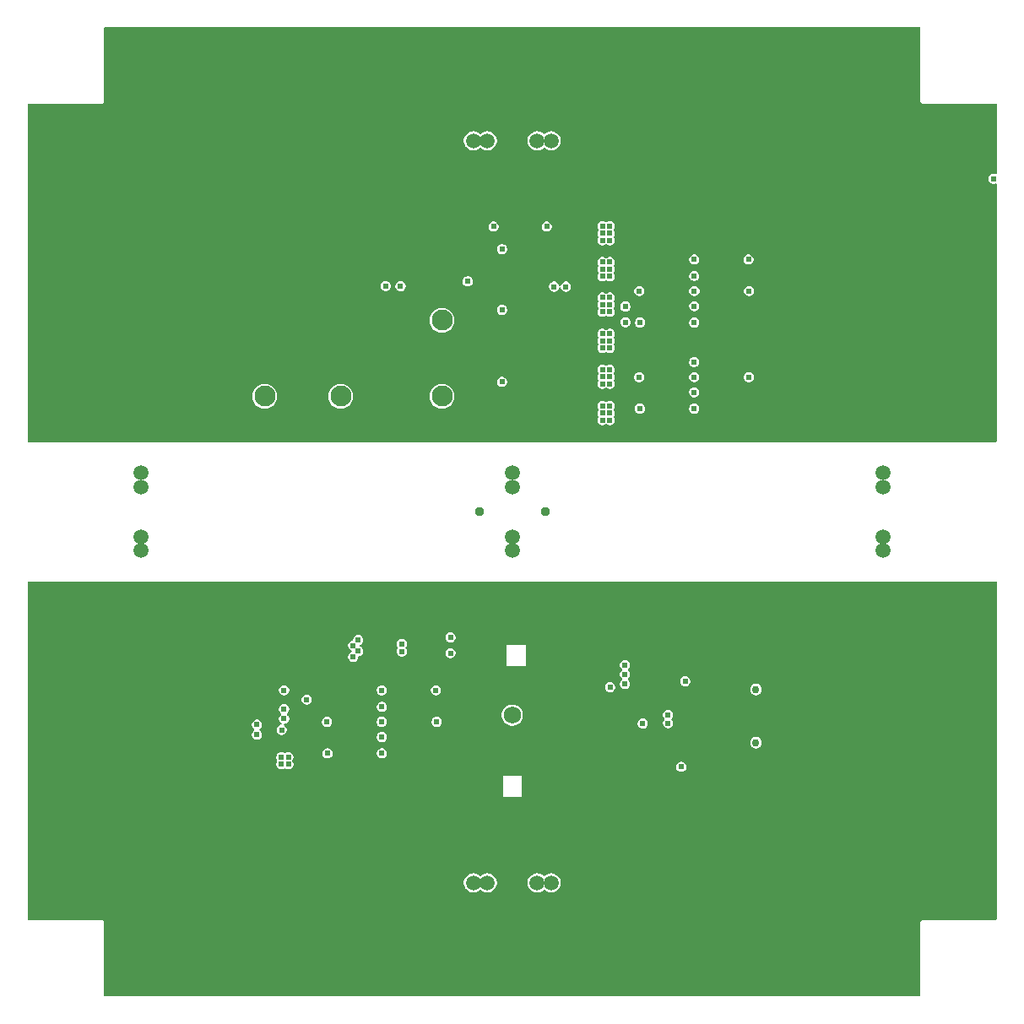
<source format=gbr>
%TF.GenerationSoftware,KiCad,Pcbnew,9.0.1*%
%TF.CreationDate,2025-06-24T16:04:44-04:00*%
%TF.ProjectId,-Z,2d5a2e6b-6963-4616-945f-706362585858,rev?*%
%TF.SameCoordinates,Original*%
%TF.FileFunction,Copper,L2,Inr*%
%TF.FilePolarity,Positive*%
%FSLAX46Y46*%
G04 Gerber Fmt 4.6, Leading zero omitted, Abs format (unit mm)*
G04 Created by KiCad (PCBNEW 9.0.1) date 2025-06-24 16:04:44*
%MOMM*%
%LPD*%
G01*
G04 APERTURE LIST*
%TA.AperFunction,ComponentPad*%
%ADD10C,0.762000*%
%TD*%
%TA.AperFunction,ComponentPad*%
%ADD11C,3.800000*%
%TD*%
%TA.AperFunction,ComponentPad*%
%ADD12C,1.500000*%
%TD*%
%TA.AperFunction,ComponentPad*%
%ADD13C,1.727200*%
%TD*%
%TA.AperFunction,ComponentPad*%
%ADD14C,2.100000*%
%TD*%
%TA.AperFunction,ViaPad*%
%ADD15C,0.609600*%
%TD*%
%TA.AperFunction,ViaPad*%
%ADD16C,0.939800*%
%TD*%
%TA.AperFunction,ViaPad*%
%ADD17C,0.762000*%
%TD*%
G04 APERTURE END LIST*
D10*
%TO.N,GND*%
%TO.C,H2*%
X144200001Y-145800000D03*
X143555751Y-147355750D03*
X143555751Y-144244250D03*
X142000001Y-148000000D03*
D11*
X142000001Y-145800000D03*
D10*
X142000001Y-143600000D03*
X140444251Y-147355750D03*
X140444251Y-144244250D03*
X139800001Y-145800000D03*
%TD*%
D12*
%TO.N,/Burn Wires/VBURN3*%
%TO.C,JP5*%
X164000001Y-96100000D03*
X164000001Y-97499999D03*
%TO.N,Net-(JP5-B)*%
X164000001Y-102499999D03*
X164000001Y-103899998D03*
%TD*%
D10*
%TO.N,GND*%
%TO.C,H8*%
X212000000Y-121999999D03*
X211355750Y-123555749D03*
X211355750Y-120444249D03*
X209800000Y-124199999D03*
D11*
X209800000Y-121999999D03*
D10*
X209800000Y-119799999D03*
X208244250Y-123555749D03*
X208244250Y-120444249D03*
X207600000Y-121999999D03*
%TD*%
%TO.N,GND*%
%TO.C,H5*%
X144200001Y-54200000D03*
X143555751Y-55755750D03*
X143555751Y-52644250D03*
X142000001Y-56400000D03*
D11*
X142000001Y-54200000D03*
D10*
X142000001Y-52000000D03*
X140444251Y-55755750D03*
X140444251Y-52644250D03*
X139800001Y-54200000D03*
%TD*%
%TO.N,GND*%
%TO.C,H7*%
X212000000Y-78000000D03*
X211355750Y-79555750D03*
X211355750Y-76444250D03*
X209800000Y-80200000D03*
D11*
X209800000Y-78000000D03*
D10*
X209800000Y-75800000D03*
X208244250Y-79555750D03*
X208244250Y-76444250D03*
X207600000Y-78000000D03*
%TD*%
D13*
%TO.N,/Interfaces/GPS*%
%TO.C,AE3*%
X164000000Y-120400000D03*
%TD*%
D12*
%TO.N,/Burn Wires/VBURN1*%
%TO.C,JP1*%
X167900000Y-62789000D03*
X166500001Y-62789000D03*
%TO.N,Net-(JP1-B)*%
X161500001Y-62789000D03*
X160100002Y-62789000D03*
%TD*%
D10*
%TO.N,GND*%
%TO.C,H4*%
X120400001Y-78000000D03*
X119755751Y-79555750D03*
X119755751Y-76444250D03*
X118200001Y-80200000D03*
D11*
X118200001Y-78000000D03*
D10*
X118200001Y-75800000D03*
X116644251Y-79555750D03*
X116644251Y-76444250D03*
X116000001Y-78000000D03*
%TD*%
%TO.N,GND*%
%TO.C,H3*%
X120400001Y-121999999D03*
X119755751Y-123555749D03*
X119755751Y-120444249D03*
X118200001Y-124199999D03*
D11*
X118200001Y-121999999D03*
D10*
X118200001Y-119799999D03*
X116644251Y-123555749D03*
X116644251Y-120444249D03*
X116000001Y-121999999D03*
%TD*%
D12*
%TO.N,Net-(JP3-B)*%
%TO.C,JP4*%
X126789000Y-103899999D03*
X126789000Y-102500000D03*
%TO.N,Net-(JP4-B)*%
X126789000Y-97500000D03*
X126789000Y-96100001D03*
%TD*%
D10*
%TO.N,GND*%
%TO.C,H1*%
X188200000Y-145800000D03*
X187555750Y-147355750D03*
X187555750Y-144244250D03*
X186000000Y-148000000D03*
D11*
X186000000Y-145800000D03*
D10*
X186000000Y-143600000D03*
X184444250Y-147355750D03*
X184444250Y-144244250D03*
X183800000Y-145800000D03*
%TD*%
%TO.N,GND*%
%TO.C,H6*%
X188200000Y-54200000D03*
X187555750Y-55755750D03*
X187555750Y-52644250D03*
X186000000Y-56400000D03*
D11*
X186000000Y-54200000D03*
D10*
X186000000Y-52000000D03*
X184444250Y-55755750D03*
X184444250Y-52644250D03*
X183800000Y-54200000D03*
%TD*%
D14*
%TO.N,/Burn Wires/VBURN_A_IN*%
%TO.C,U2*%
X146793600Y-88417600D03*
%TO.N,GND*%
X139173600Y-80797600D03*
%TO.N,VBATT*%
X139173600Y-88417600D03*
X156953600Y-88417600D03*
%TO.N,Net-(D1-A)*%
X156953600Y-80797600D03*
%TD*%
D12*
%TO.N,/Burn Wires/VBURN2*%
%TO.C,JP3*%
X201211001Y-97500000D03*
X201211001Y-96100001D03*
%TO.N,Net-(JP3-B)*%
X201211001Y-103899999D03*
X201211001Y-102500000D03*
%TD*%
%TO.N,Net-(JP1-B)*%
%TO.C,JP2*%
X161500001Y-137211000D03*
X160100002Y-137211000D03*
%TO.N,Net-(JP2-B)*%
X167900000Y-137211000D03*
X166500001Y-137211000D03*
%TD*%
D15*
%TO.N,GND*%
X161400000Y-128372600D03*
X165100000Y-110900000D03*
X162900000Y-113000000D03*
X163600000Y-111600000D03*
X162200000Y-125972600D03*
X162200000Y-129172600D03*
X165100000Y-115900000D03*
X165000001Y-125972600D03*
X185670201Y-121018798D03*
X165800000Y-125972600D03*
X165500000Y-121200000D03*
X162500000Y-119600000D03*
X163000001Y-121968599D03*
X166600000Y-126772600D03*
X166600000Y-128372600D03*
X164400000Y-115900000D03*
X163000001Y-125171799D03*
X152888399Y-123395400D03*
X163000001Y-125972600D03*
X165000001Y-122769399D03*
X162900000Y-110900000D03*
X164000000Y-118600000D03*
X162925001Y-113756200D03*
X184243801Y-80213400D03*
X165100000Y-111600000D03*
X163000000Y-118900000D03*
X165000001Y-124370999D03*
X165000000Y-118900000D03*
X162900000Y-111600000D03*
X164000000Y-129172600D03*
X161400000Y-125972600D03*
X163600000Y-110900000D03*
X165875001Y-114391200D03*
X165875001Y-115026200D03*
X163000001Y-122769399D03*
X148920200Y-118719600D03*
X165800000Y-112300000D03*
X165800000Y-111600000D03*
X162925001Y-114391200D03*
X165000001Y-121968599D03*
X162200000Y-120400000D03*
X163000001Y-123570199D03*
X166600000Y-127572600D03*
X162925001Y-115026200D03*
X165000001Y-125171799D03*
X161400000Y-127572600D03*
X162900000Y-115900000D03*
X163000000Y-129172600D03*
X162500000Y-121200000D03*
X162900000Y-110200000D03*
X166600000Y-125972600D03*
X165500000Y-119600000D03*
X165000000Y-129172600D03*
X179265400Y-84379000D03*
X165800000Y-120400000D03*
X165000001Y-123570199D03*
X182165000Y-120497799D03*
X163000001Y-124370999D03*
X161400000Y-129172600D03*
X161400000Y-126772600D03*
X165875001Y-113756200D03*
X165900000Y-115900000D03*
X162900000Y-112300000D03*
X163703000Y-115900000D03*
X165800000Y-113000000D03*
X184228800Y-88820999D03*
X165800000Y-129172600D03*
X180281401Y-75514399D03*
X166600000Y-129172600D03*
D16*
%TO.N,Net-(AE1-Pad1)*%
X167300000Y-99999800D03*
%TO.N,Net-(AE2-Pad1)*%
X160700000Y-99999800D03*
D15*
%TO.N,BURN_RELAY_A*%
X148556800Y-112852399D03*
X152798600Y-77380800D03*
%TO.N,SDA*%
X182237201Y-89661200D03*
X182252200Y-74699600D03*
X141114601Y-119796799D03*
X150917600Y-124230600D03*
%TO.N,SCL*%
X150917599Y-117907000D03*
X182252201Y-81023200D03*
X141114601Y-117896800D03*
%TO.N,/Burn Wires/VBURN1*%
X173042401Y-74955600D03*
X173779001Y-74955600D03*
X173779000Y-76378000D03*
X173779001Y-75666799D03*
X173042400Y-76378000D03*
X173042401Y-75666799D03*
%TO.N,/Burn Wires/VBURN2*%
X173042400Y-83566200D03*
X173779001Y-82143800D03*
X173779000Y-83566200D03*
X173042401Y-82143800D03*
X173779001Y-82854999D03*
X173042401Y-82854999D03*
%TO.N,/Burn Wires/VBURN3*%
X173042400Y-90805200D03*
X173042401Y-89382800D03*
X173779000Y-89382799D03*
X173779001Y-90093999D03*
X173779000Y-90805200D03*
X173042401Y-90093999D03*
%TO.N,SCL_M*%
X182237200Y-84987599D03*
X179625001Y-120370803D03*
%TO.N,SDA_M*%
X182237200Y-88011199D03*
X179625001Y-121209000D03*
%TO.N,SCL_IO*%
X150926600Y-119565999D03*
X152925600Y-113258796D03*
%TO.N,BURN_EN1*%
X162984001Y-73660200D03*
X148048800Y-114554200D03*
%TO.N,BURN_EN2*%
X162984001Y-79743000D03*
X148559567Y-113977544D03*
%TO.N,SDA_IO*%
X152925600Y-114020800D03*
X150917599Y-122580599D03*
%TO.N,BURN_EN3*%
X148044222Y-113416236D03*
X162984001Y-86982000D03*
%TO.N,/Light Sensor/LS_3V3*%
X182262601Y-77861400D03*
X187687802Y-74699600D03*
X187750800Y-77861400D03*
X176753600Y-77861399D03*
X159529601Y-76885999D03*
X176816600Y-81023200D03*
X175353801Y-80985701D03*
%TO.N,COIL_DRIVER_EN*%
X141114601Y-120751799D03*
X173812200Y-117589800D03*
%TO.N,/GPIO Expander/GE_3V3*%
X145418999Y-121068800D03*
X157802401Y-114173301D03*
X156416200Y-121068800D03*
X156353200Y-117907000D03*
X150907199Y-121068799D03*
X145482000Y-124230600D03*
%TO.N,/Burn Wires/VBURN_A_IN*%
X151300001Y-77355399D03*
X173779001Y-71348799D03*
X173779000Y-78511599D03*
X173779000Y-87173000D03*
X173779000Y-72771199D03*
X173779001Y-79222800D03*
X173779000Y-79934000D03*
X173042401Y-71348799D03*
X173779001Y-86461800D03*
X173042401Y-86461800D03*
X173042400Y-72060000D03*
X173042401Y-87172999D03*
X173042401Y-79933999D03*
X173779000Y-72060000D03*
X173042400Y-78511599D03*
X173042401Y-72771200D03*
X173779000Y-85750600D03*
X173042400Y-85750600D03*
X173042401Y-79222800D03*
%TO.N,3V3_P*%
X175353801Y-79410698D03*
X138398801Y-122359991D03*
X180945800Y-125590000D03*
X138398801Y-121359989D03*
X177085200Y-121234401D03*
X181340000Y-116992600D03*
X176738601Y-86499399D03*
X140873001Y-121869400D03*
X157802401Y-112598298D03*
X187735801Y-86499399D03*
X143389601Y-118846800D03*
X176801600Y-89661200D03*
X182247600Y-86499399D03*
%TO.N,VBATT_M*%
X175308401Y-116306800D03*
X175308400Y-115375902D03*
X140835201Y-124612600D03*
X175308401Y-117246600D03*
X141546400Y-125323799D03*
X141546400Y-124612600D03*
X140835201Y-125323799D03*
%TO.N,/Light Sensor/I2C Protection/DEVICE*%
X182252201Y-76349600D03*
X169384801Y-77419400D03*
%TO.N,/Light Sensor/I2C Protection1/DEVICE*%
X182252201Y-79373200D03*
X168191001Y-77419400D03*
%TO.N,/Light Sensor/ADDR*%
X162118879Y-71401124D03*
X167454400Y-71399599D03*
D17*
%TO.N,/Coil Driver/coil*%
X188438800Y-123164801D03*
X188438801Y-117830802D03*
D15*
X212285401Y-66599000D03*
%TD*%
%TA.AperFunction,Conductor*%
%TO.N,GND*%
G36*
X212582112Y-107019213D02*
G01*
X212618657Y-107069513D01*
X212623581Y-107100600D01*
X212623581Y-140822980D01*
X212604368Y-140882111D01*
X212554068Y-140918656D01*
X212522981Y-140923580D01*
X205250441Y-140923580D01*
X205154705Y-140949233D01*
X205068876Y-140998787D01*
X205068875Y-140998788D01*
X205068874Y-140998789D01*
X204998790Y-141068873D01*
X204998789Y-141068874D01*
X204998788Y-141068875D01*
X204949234Y-141154704D01*
X204923581Y-141250440D01*
X204923580Y-141250443D01*
X204923580Y-148522980D01*
X204904367Y-148582111D01*
X204854067Y-148618656D01*
X204822980Y-148623580D01*
X123177021Y-148623580D01*
X123117890Y-148604367D01*
X123081345Y-148554067D01*
X123076421Y-148522980D01*
X123076420Y-141250443D01*
X123076419Y-141250440D01*
X123050766Y-141154704D01*
X123001212Y-141068875D01*
X123001211Y-141068873D01*
X122931127Y-140998789D01*
X122931124Y-140998787D01*
X122845295Y-140949233D01*
X122749559Y-140923580D01*
X122749557Y-140923580D01*
X115477020Y-140923580D01*
X115417889Y-140904367D01*
X115381344Y-140854067D01*
X115376420Y-140822980D01*
X115376420Y-137117069D01*
X159146302Y-137117069D01*
X159146302Y-137304930D01*
X159182952Y-137489186D01*
X159254842Y-137662743D01*
X159254846Y-137662751D01*
X159296819Y-137725567D01*
X159359214Y-137818949D01*
X159492053Y-137951788D01*
X159595246Y-138020739D01*
X159648250Y-138056155D01*
X159648252Y-138056156D01*
X159648255Y-138056158D01*
X159735036Y-138092104D01*
X159821815Y-138128049D01*
X159821816Y-138128049D01*
X159821818Y-138128050D01*
X160006071Y-138164700D01*
X160006072Y-138164700D01*
X160193932Y-138164700D01*
X160193933Y-138164700D01*
X160378186Y-138128050D01*
X160551749Y-138056158D01*
X160707951Y-137951788D01*
X160728865Y-137930874D01*
X160784262Y-137902646D01*
X160845671Y-137912371D01*
X160871136Y-137930872D01*
X160892052Y-137951788D01*
X160995245Y-138020739D01*
X161048249Y-138056155D01*
X161048251Y-138056156D01*
X161048254Y-138056158D01*
X161135035Y-138092104D01*
X161221814Y-138128049D01*
X161221815Y-138128049D01*
X161221817Y-138128050D01*
X161406070Y-138164700D01*
X161406071Y-138164700D01*
X161593931Y-138164700D01*
X161593932Y-138164700D01*
X161778185Y-138128050D01*
X161951748Y-138056158D01*
X162107950Y-137951788D01*
X162240789Y-137818949D01*
X162345159Y-137662747D01*
X162417051Y-137489184D01*
X162453701Y-137304931D01*
X162453701Y-137117069D01*
X165546301Y-137117069D01*
X165546301Y-137304930D01*
X165582951Y-137489186D01*
X165654841Y-137662743D01*
X165654845Y-137662751D01*
X165696818Y-137725567D01*
X165759213Y-137818949D01*
X165892052Y-137951788D01*
X165995245Y-138020739D01*
X166048249Y-138056155D01*
X166048251Y-138056156D01*
X166048254Y-138056158D01*
X166135035Y-138092104D01*
X166221814Y-138128049D01*
X166221815Y-138128049D01*
X166221817Y-138128050D01*
X166406070Y-138164700D01*
X166406071Y-138164700D01*
X166593931Y-138164700D01*
X166593932Y-138164700D01*
X166778185Y-138128050D01*
X166951748Y-138056158D01*
X167107950Y-137951788D01*
X167128864Y-137930874D01*
X167184261Y-137902646D01*
X167245670Y-137912371D01*
X167271135Y-137930872D01*
X167292051Y-137951788D01*
X167395244Y-138020739D01*
X167448248Y-138056155D01*
X167448250Y-138056156D01*
X167448253Y-138056158D01*
X167535034Y-138092104D01*
X167621813Y-138128049D01*
X167621814Y-138128049D01*
X167621816Y-138128050D01*
X167806069Y-138164700D01*
X167806070Y-138164700D01*
X167993930Y-138164700D01*
X167993931Y-138164700D01*
X168178184Y-138128050D01*
X168351747Y-138056158D01*
X168507949Y-137951788D01*
X168640788Y-137818949D01*
X168745158Y-137662747D01*
X168817050Y-137489184D01*
X168853700Y-137304931D01*
X168853700Y-137117069D01*
X168817050Y-136932816D01*
X168745158Y-136759253D01*
X168640788Y-136603051D01*
X168507949Y-136470212D01*
X168456352Y-136435736D01*
X168351751Y-136365844D01*
X168351743Y-136365840D01*
X168178186Y-136293950D01*
X168055348Y-136269516D01*
X167993931Y-136257300D01*
X167806069Y-136257300D01*
X167760005Y-136266462D01*
X167621813Y-136293950D01*
X167448256Y-136365840D01*
X167448248Y-136365844D01*
X167292050Y-136470213D01*
X167292042Y-136470218D01*
X167271133Y-136491128D01*
X167215735Y-136519354D01*
X167154327Y-136509626D01*
X167128865Y-136491127D01*
X167107951Y-136470213D01*
X166951752Y-136365844D01*
X166951744Y-136365840D01*
X166778187Y-136293950D01*
X166655349Y-136269516D01*
X166593932Y-136257300D01*
X166406070Y-136257300D01*
X166360006Y-136266462D01*
X166221814Y-136293950D01*
X166048257Y-136365840D01*
X166048249Y-136365844D01*
X165923037Y-136449508D01*
X165892052Y-136470212D01*
X165892051Y-136470213D01*
X165892050Y-136470213D01*
X165759214Y-136603049D01*
X165759214Y-136603050D01*
X165654845Y-136759248D01*
X165654841Y-136759256D01*
X165582951Y-136932813D01*
X165546301Y-137117069D01*
X162453701Y-137117069D01*
X162417051Y-136932816D01*
X162345159Y-136759253D01*
X162240789Y-136603051D01*
X162107950Y-136470212D01*
X162056353Y-136435736D01*
X161951752Y-136365844D01*
X161951744Y-136365840D01*
X161778187Y-136293950D01*
X161655349Y-136269516D01*
X161593932Y-136257300D01*
X161406070Y-136257300D01*
X161360006Y-136266462D01*
X161221814Y-136293950D01*
X161048257Y-136365840D01*
X161048249Y-136365844D01*
X160892051Y-136470213D01*
X160892043Y-136470218D01*
X160871134Y-136491128D01*
X160815736Y-136519354D01*
X160754328Y-136509626D01*
X160728866Y-136491127D01*
X160707952Y-136470213D01*
X160551753Y-136365844D01*
X160551745Y-136365840D01*
X160378188Y-136293950D01*
X160255350Y-136269516D01*
X160193933Y-136257300D01*
X160006071Y-136257300D01*
X159960007Y-136266462D01*
X159821815Y-136293950D01*
X159648258Y-136365840D01*
X159648250Y-136365844D01*
X159523038Y-136449508D01*
X159492053Y-136470212D01*
X159492052Y-136470213D01*
X159492051Y-136470213D01*
X159359215Y-136603049D01*
X159359215Y-136603050D01*
X159254846Y-136759248D01*
X159254842Y-136759256D01*
X159182952Y-136932813D01*
X159146302Y-137117069D01*
X115376420Y-137117069D01*
X115376420Y-128597599D01*
X163050001Y-128597599D01*
X164950001Y-128597599D01*
X164950001Y-126507599D01*
X163050001Y-126507599D01*
X163050001Y-128597599D01*
X115376420Y-128597599D01*
X115376420Y-124545649D01*
X140326701Y-124545649D01*
X140326701Y-124679550D01*
X140361352Y-124808870D01*
X140361354Y-124808875D01*
X140424300Y-124917899D01*
X140437227Y-124978714D01*
X140424300Y-125018499D01*
X140361354Y-125127523D01*
X140361352Y-125127528D01*
X140326701Y-125256848D01*
X140326701Y-125390749D01*
X140361352Y-125520069D01*
X140361352Y-125520070D01*
X140363076Y-125523056D01*
X140428300Y-125636025D01*
X140522975Y-125730700D01*
X140638927Y-125797646D01*
X140638929Y-125797647D01*
X140768250Y-125832298D01*
X140768254Y-125832298D01*
X140768256Y-125832299D01*
X140768258Y-125832299D01*
X140902144Y-125832299D01*
X140902146Y-125832299D01*
X140902148Y-125832298D01*
X140902151Y-125832298D01*
X141031471Y-125797647D01*
X141031472Y-125797647D01*
X141031472Y-125797646D01*
X141031475Y-125797646D01*
X141140501Y-125734698D01*
X141201314Y-125721772D01*
X141241099Y-125734698D01*
X141350126Y-125797646D01*
X141350128Y-125797647D01*
X141479449Y-125832298D01*
X141479453Y-125832298D01*
X141479455Y-125832299D01*
X141479457Y-125832299D01*
X141613343Y-125832299D01*
X141613345Y-125832299D01*
X141613347Y-125832298D01*
X141613350Y-125832298D01*
X141742670Y-125797647D01*
X141742671Y-125797647D01*
X141742671Y-125797646D01*
X141742674Y-125797646D01*
X141858626Y-125730700D01*
X141953301Y-125636025D01*
X142018529Y-125523049D01*
X180437300Y-125523049D01*
X180437300Y-125656950D01*
X180471951Y-125786270D01*
X180471951Y-125786271D01*
X180478519Y-125797647D01*
X180538899Y-125902226D01*
X180633574Y-125996901D01*
X180749526Y-126063847D01*
X180749528Y-126063848D01*
X180878849Y-126098499D01*
X180878853Y-126098499D01*
X180878855Y-126098500D01*
X180878857Y-126098500D01*
X181012743Y-126098500D01*
X181012745Y-126098500D01*
X181012747Y-126098499D01*
X181012750Y-126098499D01*
X181142070Y-126063848D01*
X181142071Y-126063848D01*
X181142071Y-126063847D01*
X181142074Y-126063847D01*
X181258026Y-125996901D01*
X181352701Y-125902226D01*
X181419647Y-125786274D01*
X181454300Y-125656945D01*
X181454300Y-125523055D01*
X181454299Y-125523053D01*
X181454299Y-125523049D01*
X181419648Y-125393729D01*
X181419648Y-125393728D01*
X181352700Y-125277773D01*
X181258026Y-125183099D01*
X181142071Y-125116151D01*
X181012750Y-125081500D01*
X181012745Y-125081500D01*
X180878855Y-125081500D01*
X180878849Y-125081500D01*
X180749529Y-125116151D01*
X180749528Y-125116151D01*
X180633573Y-125183099D01*
X180538899Y-125277773D01*
X180471951Y-125393728D01*
X180471951Y-125393729D01*
X180437300Y-125523049D01*
X142018529Y-125523049D01*
X142020247Y-125520073D01*
X142020975Y-125517354D01*
X142028192Y-125490424D01*
X142054899Y-125390749D01*
X142054900Y-125390742D01*
X142054900Y-125256855D01*
X142054899Y-125256848D01*
X142020248Y-125127528D01*
X142020248Y-125127527D01*
X141957300Y-125018500D01*
X141944373Y-124957684D01*
X141957300Y-124917899D01*
X142020247Y-124808874D01*
X142038943Y-124739099D01*
X142054899Y-124679550D01*
X142054900Y-124679543D01*
X142054900Y-124545656D01*
X142054899Y-124545649D01*
X142020248Y-124416329D01*
X142020248Y-124416328D01*
X141953300Y-124300373D01*
X141858626Y-124205699D01*
X141785795Y-124163649D01*
X144973500Y-124163649D01*
X144973500Y-124297550D01*
X145008151Y-124426870D01*
X145008151Y-124426871D01*
X145008153Y-124426874D01*
X145075099Y-124542826D01*
X145169774Y-124637501D01*
X145242604Y-124679550D01*
X145285728Y-124704448D01*
X145415049Y-124739099D01*
X145415053Y-124739099D01*
X145415055Y-124739100D01*
X145415057Y-124739100D01*
X145548943Y-124739100D01*
X145548945Y-124739100D01*
X145548947Y-124739099D01*
X145548950Y-124739099D01*
X145678270Y-124704448D01*
X145678271Y-124704448D01*
X145678271Y-124704447D01*
X145678274Y-124704447D01*
X145794226Y-124637501D01*
X145888901Y-124542826D01*
X145955847Y-124426874D01*
X145989742Y-124300374D01*
X145990499Y-124297550D01*
X145990500Y-124297543D01*
X145990500Y-124163656D01*
X145990499Y-124163649D01*
X150409100Y-124163649D01*
X150409100Y-124297550D01*
X150443751Y-124426870D01*
X150443751Y-124426871D01*
X150443753Y-124426874D01*
X150510699Y-124542826D01*
X150605374Y-124637501D01*
X150678204Y-124679550D01*
X150721328Y-124704448D01*
X150850649Y-124739099D01*
X150850653Y-124739099D01*
X150850655Y-124739100D01*
X150850657Y-124739100D01*
X150984543Y-124739100D01*
X150984545Y-124739100D01*
X150984547Y-124739099D01*
X150984550Y-124739099D01*
X151113870Y-124704448D01*
X151113871Y-124704448D01*
X151113871Y-124704447D01*
X151113874Y-124704447D01*
X151229826Y-124637501D01*
X151324501Y-124542826D01*
X151391447Y-124426874D01*
X151425342Y-124300374D01*
X151426099Y-124297550D01*
X151426100Y-124297543D01*
X151426100Y-124163656D01*
X151426099Y-124163649D01*
X151391448Y-124034329D01*
X151391448Y-124034328D01*
X151324500Y-123918373D01*
X151229826Y-123823699D01*
X151113871Y-123756751D01*
X150984550Y-123722100D01*
X150984545Y-123722100D01*
X150850655Y-123722100D01*
X150850649Y-123722100D01*
X150721329Y-123756751D01*
X150721328Y-123756751D01*
X150605373Y-123823699D01*
X150510699Y-123918373D01*
X150443751Y-124034328D01*
X150443751Y-124034329D01*
X150409100Y-124163649D01*
X145990499Y-124163649D01*
X145955848Y-124034329D01*
X145955848Y-124034328D01*
X145888900Y-123918373D01*
X145794226Y-123823699D01*
X145678271Y-123756751D01*
X145548950Y-123722100D01*
X145548945Y-123722100D01*
X145415055Y-123722100D01*
X145415049Y-123722100D01*
X145285729Y-123756751D01*
X145285728Y-123756751D01*
X145169773Y-123823699D01*
X145075099Y-123918373D01*
X145008151Y-124034328D01*
X145008151Y-124034329D01*
X144973500Y-124163649D01*
X141785795Y-124163649D01*
X141742671Y-124138751D01*
X141613350Y-124104100D01*
X141613345Y-124104100D01*
X141479455Y-124104100D01*
X141479449Y-124104100D01*
X141350129Y-124138751D01*
X141350124Y-124138753D01*
X141241100Y-124201699D01*
X141180285Y-124214626D01*
X141140500Y-124201699D01*
X141031476Y-124138753D01*
X141031471Y-124138751D01*
X140902151Y-124104100D01*
X140902146Y-124104100D01*
X140768256Y-124104100D01*
X140768250Y-124104100D01*
X140638930Y-124138751D01*
X140638929Y-124138751D01*
X140522974Y-124205699D01*
X140428300Y-124300373D01*
X140361352Y-124416328D01*
X140361352Y-124416329D01*
X140326701Y-124545649D01*
X115376420Y-124545649D01*
X115376420Y-121293038D01*
X137890301Y-121293038D01*
X137890301Y-121426939D01*
X137924952Y-121556259D01*
X137924952Y-121556260D01*
X137991900Y-121672215D01*
X138086576Y-121766891D01*
X138096930Y-121772869D01*
X138138532Y-121819074D01*
X138145029Y-121880908D01*
X138113941Y-121934752D01*
X138096930Y-121947111D01*
X138086576Y-121953088D01*
X138086575Y-121953090D01*
X137991900Y-122047764D01*
X137924952Y-122163719D01*
X137924952Y-122163720D01*
X137890301Y-122293040D01*
X137890301Y-122426941D01*
X137924952Y-122556261D01*
X137924952Y-122556262D01*
X137977654Y-122647542D01*
X137991900Y-122672217D01*
X138086575Y-122766892D01*
X138153942Y-122805787D01*
X138202529Y-122833839D01*
X138331850Y-122868490D01*
X138331854Y-122868490D01*
X138331856Y-122868491D01*
X138331858Y-122868491D01*
X138465744Y-122868491D01*
X138465746Y-122868491D01*
X138465748Y-122868490D01*
X138465751Y-122868490D01*
X138595071Y-122833839D01*
X138595072Y-122833839D01*
X138595072Y-122833838D01*
X138595075Y-122833838D01*
X138711027Y-122766892D01*
X138805702Y-122672217D01*
X138872648Y-122556265D01*
X138884065Y-122513655D01*
X138884067Y-122513648D01*
X150409099Y-122513648D01*
X150409099Y-122647549D01*
X150443750Y-122776869D01*
X150443750Y-122776870D01*
X150510698Y-122892825D01*
X150605373Y-122987500D01*
X150721325Y-123054446D01*
X150721327Y-123054447D01*
X150850648Y-123089098D01*
X150850652Y-123089098D01*
X150850654Y-123089099D01*
X150850656Y-123089099D01*
X150984542Y-123089099D01*
X150984544Y-123089099D01*
X150984546Y-123089098D01*
X150984549Y-123089098D01*
X150989315Y-123087821D01*
X187854100Y-123087821D01*
X187854100Y-123241780D01*
X187893948Y-123390490D01*
X187970924Y-123523815D01*
X188079785Y-123632676D01*
X188079784Y-123632676D01*
X188213110Y-123709652D01*
X188213111Y-123709652D01*
X188213114Y-123709654D01*
X188361823Y-123749501D01*
X188361825Y-123749501D01*
X188515775Y-123749501D01*
X188515777Y-123749501D01*
X188664486Y-123709654D01*
X188797814Y-123632677D01*
X188906676Y-123523815D01*
X188983653Y-123390487D01*
X189023500Y-123241778D01*
X189023500Y-123087824D01*
X188983653Y-122939115D01*
X188906676Y-122805787D01*
X188797814Y-122696925D01*
X188797815Y-122696925D01*
X188664489Y-122619949D01*
X188664486Y-122619948D01*
X188624644Y-122609272D01*
X188515779Y-122580101D01*
X188515777Y-122580101D01*
X188361823Y-122580101D01*
X188361820Y-122580101D01*
X188213110Y-122619949D01*
X188079785Y-122696925D01*
X187970924Y-122805786D01*
X187893948Y-122939111D01*
X187854100Y-123087821D01*
X150989315Y-123087821D01*
X151113869Y-123054447D01*
X151113870Y-123054447D01*
X151113870Y-123054446D01*
X151113873Y-123054446D01*
X151229825Y-122987500D01*
X151324500Y-122892825D01*
X151391446Y-122776873D01*
X151426099Y-122647544D01*
X151426099Y-122513654D01*
X151426098Y-122513652D01*
X151426098Y-122513648D01*
X151391447Y-122384328D01*
X151391447Y-122384327D01*
X151367729Y-122343247D01*
X151324500Y-122268373D01*
X151229825Y-122173698D01*
X151113873Y-122106752D01*
X151113870Y-122106750D01*
X150984549Y-122072099D01*
X150984544Y-122072099D01*
X150850654Y-122072099D01*
X150850648Y-122072099D01*
X150721328Y-122106750D01*
X150721327Y-122106750D01*
X150605372Y-122173698D01*
X150510698Y-122268372D01*
X150443750Y-122384327D01*
X150443750Y-122384328D01*
X150409099Y-122513648D01*
X138884067Y-122513648D01*
X138892809Y-122481023D01*
X138907300Y-122426941D01*
X138907301Y-122426934D01*
X138907301Y-122293047D01*
X138907300Y-122293040D01*
X138872649Y-122163720D01*
X138872649Y-122163719D01*
X138872648Y-122163717D01*
X138805702Y-122047765D01*
X138711027Y-121953090D01*
X138711022Y-121953086D01*
X138700674Y-121947112D01*
X138659071Y-121900908D01*
X138652571Y-121839075D01*
X138673717Y-121802449D01*
X140364501Y-121802449D01*
X140364501Y-121936350D01*
X140399152Y-122065670D01*
X140399152Y-122065671D01*
X140422871Y-122106752D01*
X140466100Y-122181626D01*
X140560775Y-122276301D01*
X140676727Y-122343247D01*
X140676729Y-122343248D01*
X140806050Y-122377899D01*
X140806054Y-122377899D01*
X140806056Y-122377900D01*
X140806058Y-122377900D01*
X140939944Y-122377900D01*
X140939946Y-122377900D01*
X140939948Y-122377899D01*
X140939951Y-122377899D01*
X141069271Y-122343248D01*
X141069272Y-122343248D01*
X141069272Y-122343247D01*
X141069275Y-122343247D01*
X141185227Y-122276301D01*
X141279902Y-122181626D01*
X141346848Y-122065674D01*
X141352893Y-122043112D01*
X141381500Y-121936350D01*
X141381501Y-121936343D01*
X141381501Y-121802456D01*
X141381500Y-121802449D01*
X141346849Y-121673129D01*
X141346849Y-121673128D01*
X141328474Y-121641302D01*
X141279902Y-121557174D01*
X141185227Y-121462499D01*
X141185225Y-121462497D01*
X141155185Y-121445153D01*
X141113583Y-121398947D01*
X141107086Y-121337114D01*
X141138174Y-121283270D01*
X141179451Y-121260860D01*
X141181545Y-121260299D01*
X141181546Y-121260299D01*
X141310871Y-121225647D01*
X141310872Y-121225647D01*
X141310872Y-121225646D01*
X141310875Y-121225646D01*
X141426827Y-121158700D01*
X141521502Y-121064025D01*
X141557400Y-121001849D01*
X144910499Y-121001849D01*
X144910499Y-121135750D01*
X144945150Y-121265070D01*
X144945150Y-121265071D01*
X144956127Y-121284083D01*
X145012098Y-121381026D01*
X145106773Y-121475701D01*
X145222725Y-121542647D01*
X145222727Y-121542648D01*
X145352048Y-121577299D01*
X145352052Y-121577299D01*
X145352054Y-121577300D01*
X145352056Y-121577300D01*
X145485942Y-121577300D01*
X145485944Y-121577300D01*
X145485946Y-121577299D01*
X145485949Y-121577299D01*
X145615269Y-121542648D01*
X145615270Y-121542648D01*
X145615270Y-121542647D01*
X145615273Y-121542647D01*
X145731225Y-121475701D01*
X145825900Y-121381026D01*
X145892846Y-121265074D01*
X145903411Y-121225646D01*
X145927498Y-121135750D01*
X145927499Y-121135743D01*
X145927499Y-121001853D01*
X145927498Y-121001848D01*
X150398699Y-121001848D01*
X150398699Y-121135749D01*
X150433350Y-121265069D01*
X150433350Y-121265070D01*
X150479977Y-121345829D01*
X150500298Y-121381025D01*
X150594973Y-121475700D01*
X150594975Y-121475701D01*
X150710927Y-121542647D01*
X150840248Y-121577298D01*
X150840252Y-121577298D01*
X150840254Y-121577299D01*
X150840256Y-121577299D01*
X150974142Y-121577299D01*
X150974144Y-121577299D01*
X150974146Y-121577298D01*
X150974149Y-121577298D01*
X151088615Y-121546627D01*
X151103469Y-121542647D01*
X151103470Y-121542647D01*
X151103470Y-121542646D01*
X151103473Y-121542646D01*
X151219425Y-121475700D01*
X151314100Y-121381025D01*
X151381046Y-121265073D01*
X151408204Y-121163717D01*
X151415698Y-121135749D01*
X151415699Y-121135742D01*
X151415699Y-121001855D01*
X151415698Y-121001849D01*
X155907700Y-121001849D01*
X155907700Y-121135750D01*
X155942351Y-121265070D01*
X155942351Y-121265071D01*
X155953328Y-121284083D01*
X156009299Y-121381026D01*
X156103974Y-121475701D01*
X156219926Y-121542647D01*
X156219928Y-121542648D01*
X156349249Y-121577299D01*
X156349253Y-121577299D01*
X156349255Y-121577300D01*
X156349257Y-121577300D01*
X156483143Y-121577300D01*
X156483145Y-121577300D01*
X156483147Y-121577299D01*
X156483150Y-121577299D01*
X156612470Y-121542648D01*
X156612471Y-121542648D01*
X156612471Y-121542647D01*
X156612474Y-121542647D01*
X156728426Y-121475701D01*
X156823101Y-121381026D01*
X156890047Y-121265074D01*
X156900612Y-121225646D01*
X156924699Y-121135750D01*
X156924700Y-121135743D01*
X156924700Y-121001856D01*
X156924699Y-121001849D01*
X156890048Y-120872529D01*
X156890048Y-120872528D01*
X156883413Y-120861036D01*
X156823101Y-120756574D01*
X156728426Y-120661899D01*
X156612474Y-120594953D01*
X156612471Y-120594951D01*
X156483150Y-120560300D01*
X156483145Y-120560300D01*
X156349255Y-120560300D01*
X156349249Y-120560300D01*
X156219929Y-120594951D01*
X156219928Y-120594951D01*
X156103973Y-120661899D01*
X156009299Y-120756573D01*
X155942351Y-120872528D01*
X155942351Y-120872529D01*
X155907700Y-121001849D01*
X151415698Y-121001849D01*
X151415698Y-121001848D01*
X151381047Y-120872528D01*
X151381047Y-120872527D01*
X151374412Y-120861035D01*
X151314100Y-120756573D01*
X151219425Y-120661898D01*
X151103473Y-120594952D01*
X151103470Y-120594950D01*
X150974149Y-120560299D01*
X150974144Y-120560299D01*
X150840254Y-120560299D01*
X150840248Y-120560299D01*
X150710928Y-120594950D01*
X150710927Y-120594950D01*
X150594972Y-120661898D01*
X150500298Y-120756572D01*
X150433350Y-120872527D01*
X150433350Y-120872528D01*
X150398699Y-121001848D01*
X145927498Y-121001848D01*
X145892847Y-120872529D01*
X145892847Y-120872528D01*
X145886212Y-120861036D01*
X145825900Y-120756574D01*
X145731225Y-120661899D01*
X145615273Y-120594953D01*
X145615270Y-120594951D01*
X145485949Y-120560300D01*
X145485944Y-120560300D01*
X145352054Y-120560300D01*
X145352048Y-120560300D01*
X145222728Y-120594951D01*
X145222727Y-120594951D01*
X145106772Y-120661899D01*
X145012098Y-120756573D01*
X144945150Y-120872528D01*
X144945150Y-120872529D01*
X144910499Y-121001849D01*
X141557400Y-121001849D01*
X141588448Y-120948073D01*
X141595387Y-120922175D01*
X141623100Y-120818749D01*
X141623101Y-120818742D01*
X141623101Y-120684855D01*
X141623100Y-120684848D01*
X141588449Y-120555528D01*
X141588449Y-120555527D01*
X141559346Y-120505120D01*
X141521502Y-120439573D01*
X141427363Y-120345434D01*
X141401605Y-120294880D01*
X162932700Y-120294880D01*
X162932700Y-120505120D01*
X162945024Y-120567077D01*
X162973716Y-120711322D01*
X163054169Y-120905552D01*
X163054173Y-120905560D01*
X163170972Y-121080362D01*
X163319637Y-121229027D01*
X163494439Y-121345826D01*
X163494441Y-121345827D01*
X163494444Y-121345829D01*
X163529472Y-121360338D01*
X163688677Y-121426283D01*
X163688678Y-121426283D01*
X163688680Y-121426284D01*
X163894880Y-121467300D01*
X163894881Y-121467300D01*
X164105119Y-121467300D01*
X164105120Y-121467300D01*
X164311320Y-121426284D01*
X164505556Y-121345829D01*
X164680364Y-121229026D01*
X164741940Y-121167450D01*
X176576700Y-121167450D01*
X176576700Y-121301351D01*
X176611351Y-121430671D01*
X176611351Y-121430672D01*
X176637349Y-121475701D01*
X176678299Y-121546627D01*
X176772974Y-121641302D01*
X176844931Y-121682847D01*
X176888928Y-121708249D01*
X177018249Y-121742900D01*
X177018253Y-121742900D01*
X177018255Y-121742901D01*
X177018257Y-121742901D01*
X177152143Y-121742901D01*
X177152145Y-121742901D01*
X177152147Y-121742900D01*
X177152150Y-121742900D01*
X177281470Y-121708249D01*
X177281471Y-121708249D01*
X177281471Y-121708248D01*
X177281474Y-121708248D01*
X177397426Y-121641302D01*
X177492101Y-121546627D01*
X177559047Y-121430675D01*
X177572350Y-121381026D01*
X177593699Y-121301351D01*
X177593700Y-121301344D01*
X177593700Y-121167457D01*
X177593699Y-121167450D01*
X177559048Y-121038130D01*
X177559048Y-121038129D01*
X177544383Y-121012729D01*
X177492101Y-120922175D01*
X177397426Y-120827500D01*
X177332304Y-120789901D01*
X177281471Y-120760552D01*
X177152150Y-120725901D01*
X177152145Y-120725901D01*
X177018255Y-120725901D01*
X177018249Y-120725901D01*
X176888929Y-120760552D01*
X176888928Y-120760552D01*
X176772973Y-120827500D01*
X176678299Y-120922174D01*
X176611351Y-121038129D01*
X176611351Y-121038130D01*
X176576700Y-121167450D01*
X164741940Y-121167450D01*
X164829026Y-121080364D01*
X164945829Y-120905556D01*
X165026284Y-120711320D01*
X165067300Y-120505120D01*
X165067300Y-120303852D01*
X179116501Y-120303852D01*
X179116501Y-120437753D01*
X179151152Y-120567073D01*
X179151152Y-120567074D01*
X179218100Y-120683029D01*
X179253837Y-120718766D01*
X179282063Y-120774164D01*
X179272337Y-120835572D01*
X179253838Y-120861035D01*
X179218100Y-120896773D01*
X179151152Y-121012728D01*
X179151152Y-121012729D01*
X179116501Y-121142049D01*
X179116501Y-121275950D01*
X179151152Y-121405270D01*
X179151152Y-121405271D01*
X179191815Y-121475700D01*
X179218100Y-121521226D01*
X179312775Y-121615901D01*
X179428727Y-121682847D01*
X179428729Y-121682848D01*
X179558050Y-121717499D01*
X179558054Y-121717499D01*
X179558056Y-121717500D01*
X179558058Y-121717500D01*
X179691944Y-121717500D01*
X179691946Y-121717500D01*
X179691948Y-121717499D01*
X179691951Y-121717499D01*
X179821271Y-121682848D01*
X179821272Y-121682848D01*
X179821272Y-121682847D01*
X179821275Y-121682847D01*
X179937227Y-121615901D01*
X180031902Y-121521226D01*
X180098848Y-121405274D01*
X180126695Y-121301346D01*
X180133500Y-121275950D01*
X180133501Y-121275943D01*
X180133501Y-121142056D01*
X180133500Y-121142049D01*
X180098849Y-121012729D01*
X180098849Y-121012728D01*
X180092572Y-121001856D01*
X180031902Y-120896774D01*
X179996163Y-120861035D01*
X179967938Y-120805638D01*
X179977664Y-120744230D01*
X179996162Y-120718768D01*
X180031902Y-120683029D01*
X180098848Y-120567077D01*
X180133012Y-120439573D01*
X180133500Y-120437753D01*
X180133501Y-120437746D01*
X180133501Y-120303859D01*
X180133500Y-120303852D01*
X180098849Y-120174532D01*
X180098849Y-120174531D01*
X180098848Y-120174529D01*
X180031902Y-120058577D01*
X179937227Y-119963902D01*
X179821275Y-119896956D01*
X179821272Y-119896954D01*
X179691951Y-119862303D01*
X179691946Y-119862303D01*
X179558056Y-119862303D01*
X179558050Y-119862303D01*
X179428730Y-119896954D01*
X179428729Y-119896954D01*
X179312774Y-119963902D01*
X179218100Y-120058576D01*
X179151152Y-120174531D01*
X179151152Y-120174532D01*
X179116501Y-120303852D01*
X165067300Y-120303852D01*
X165067300Y-120294880D01*
X165026284Y-120088680D01*
X164945829Y-119894444D01*
X164925319Y-119863749D01*
X164829027Y-119719637D01*
X164680362Y-119570972D01*
X164505560Y-119454173D01*
X164505552Y-119454169D01*
X164311322Y-119373716D01*
X164173853Y-119346372D01*
X164105120Y-119332700D01*
X163894880Y-119332700D01*
X163843330Y-119342954D01*
X163688677Y-119373716D01*
X163494447Y-119454169D01*
X163494439Y-119454173D01*
X163319637Y-119570972D01*
X163319636Y-119570974D01*
X163170974Y-119719636D01*
X163170972Y-119719637D01*
X163054173Y-119894439D01*
X163054169Y-119894447D01*
X162973716Y-120088677D01*
X162950837Y-120203700D01*
X162932700Y-120294880D01*
X141401605Y-120294880D01*
X141399137Y-120290036D01*
X141408863Y-120228628D01*
X141427363Y-120203164D01*
X141455998Y-120174529D01*
X141521502Y-120109025D01*
X141588448Y-119993073D01*
X141614203Y-119896954D01*
X141623100Y-119863749D01*
X141623101Y-119863742D01*
X141623101Y-119729855D01*
X141623100Y-119729848D01*
X141588449Y-119600528D01*
X141588449Y-119600527D01*
X141555097Y-119542761D01*
X141555096Y-119542759D01*
X141529860Y-119499048D01*
X150418100Y-119499048D01*
X150418100Y-119632949D01*
X150452751Y-119762269D01*
X150452751Y-119762270D01*
X150452753Y-119762273D01*
X150519699Y-119878225D01*
X150614374Y-119972900D01*
X150730326Y-120039846D01*
X150730328Y-120039847D01*
X150859649Y-120074498D01*
X150859653Y-120074498D01*
X150859655Y-120074499D01*
X150859657Y-120074499D01*
X150993543Y-120074499D01*
X150993545Y-120074499D01*
X150993547Y-120074498D01*
X150993550Y-120074498D01*
X151122870Y-120039847D01*
X151122871Y-120039847D01*
X151122871Y-120039846D01*
X151122874Y-120039846D01*
X151238826Y-119972900D01*
X151333501Y-119878225D01*
X151400447Y-119762273D01*
X151409133Y-119729855D01*
X151435099Y-119632949D01*
X151435100Y-119632942D01*
X151435100Y-119499055D01*
X151435099Y-119499048D01*
X151400448Y-119369728D01*
X151400448Y-119369727D01*
X151400447Y-119369725D01*
X151333501Y-119253773D01*
X151238826Y-119159098D01*
X151122874Y-119092152D01*
X151122871Y-119092150D01*
X150993550Y-119057499D01*
X150993545Y-119057499D01*
X150859655Y-119057499D01*
X150859649Y-119057499D01*
X150730329Y-119092150D01*
X150730328Y-119092150D01*
X150614373Y-119159098D01*
X150519699Y-119253772D01*
X150452751Y-119369727D01*
X150452751Y-119369728D01*
X150418100Y-119499048D01*
X141529860Y-119499048D01*
X141521503Y-119484574D01*
X141426827Y-119389898D01*
X141310872Y-119322950D01*
X141181551Y-119288299D01*
X141181546Y-119288299D01*
X141047656Y-119288299D01*
X141047650Y-119288299D01*
X140918330Y-119322950D01*
X140918329Y-119322950D01*
X140802374Y-119389898D01*
X140707700Y-119484572D01*
X140640752Y-119600527D01*
X140640752Y-119600528D01*
X140606101Y-119729848D01*
X140606101Y-119863749D01*
X140640752Y-119993069D01*
X140640752Y-119993070D01*
X140707700Y-120109025D01*
X140801839Y-120203164D01*
X140830065Y-120258562D01*
X140820339Y-120319970D01*
X140801839Y-120345434D01*
X140707700Y-120439572D01*
X140640752Y-120555527D01*
X140640752Y-120555528D01*
X140606101Y-120684848D01*
X140606101Y-120818749D01*
X140640752Y-120948069D01*
X140640752Y-120948070D01*
X140707700Y-121064025D01*
X140802375Y-121158700D01*
X140802379Y-121158703D01*
X140832415Y-121176045D01*
X140874017Y-121222250D01*
X140880515Y-121284083D01*
X140849427Y-121337927D01*
X140808151Y-121360338D01*
X140676730Y-121395551D01*
X140676729Y-121395551D01*
X140560774Y-121462499D01*
X140466100Y-121557173D01*
X140399152Y-121673128D01*
X140399152Y-121673129D01*
X140364501Y-121802449D01*
X138673717Y-121802449D01*
X138683658Y-121785230D01*
X138684760Y-121784253D01*
X138692161Y-121777782D01*
X138711027Y-121766890D01*
X138805702Y-121672215D01*
X138872648Y-121556263D01*
X138894234Y-121475701D01*
X138907300Y-121426939D01*
X138907301Y-121426932D01*
X138907301Y-121293045D01*
X138907300Y-121293038D01*
X138872649Y-121163718D01*
X138872649Y-121163717D01*
X138869754Y-121158703D01*
X138805702Y-121047763D01*
X138711027Y-120953088D01*
X138657483Y-120922174D01*
X138595072Y-120886140D01*
X138465751Y-120851489D01*
X138465746Y-120851489D01*
X138331856Y-120851489D01*
X138331850Y-120851489D01*
X138202530Y-120886140D01*
X138202529Y-120886140D01*
X138086574Y-120953088D01*
X137991900Y-121047762D01*
X137924952Y-121163717D01*
X137924952Y-121163718D01*
X137890301Y-121293038D01*
X115376420Y-121293038D01*
X115376420Y-118779849D01*
X142881101Y-118779849D01*
X142881101Y-118913750D01*
X142915752Y-119043070D01*
X142915752Y-119043071D01*
X142982700Y-119159026D01*
X143077375Y-119253701D01*
X143077500Y-119253773D01*
X143193329Y-119320648D01*
X143322650Y-119355299D01*
X143322654Y-119355299D01*
X143322656Y-119355300D01*
X143322658Y-119355300D01*
X143456544Y-119355300D01*
X143456546Y-119355300D01*
X143456548Y-119355299D01*
X143456551Y-119355299D01*
X143585871Y-119320648D01*
X143585872Y-119320648D01*
X143585872Y-119320647D01*
X143585875Y-119320647D01*
X143701827Y-119253701D01*
X143796502Y-119159026D01*
X143863448Y-119043074D01*
X143898101Y-118913745D01*
X143898101Y-118779855D01*
X143898100Y-118779853D01*
X143898100Y-118779849D01*
X143863449Y-118650529D01*
X143863449Y-118650528D01*
X143796501Y-118534573D01*
X143701827Y-118439899D01*
X143585872Y-118372951D01*
X143456551Y-118338300D01*
X143456546Y-118338300D01*
X143322656Y-118338300D01*
X143322650Y-118338300D01*
X143193330Y-118372951D01*
X143193329Y-118372951D01*
X143077374Y-118439899D01*
X142982700Y-118534573D01*
X142915752Y-118650528D01*
X142915752Y-118650529D01*
X142881101Y-118779849D01*
X115376420Y-118779849D01*
X115376420Y-117829849D01*
X140606101Y-117829849D01*
X140606101Y-117963750D01*
X140640752Y-118093070D01*
X140640752Y-118093071D01*
X140643771Y-118098300D01*
X140707700Y-118209026D01*
X140802375Y-118303701D01*
X140918327Y-118370647D01*
X140918329Y-118370648D01*
X141047650Y-118405299D01*
X141047654Y-118405299D01*
X141047656Y-118405300D01*
X141047658Y-118405300D01*
X141181544Y-118405300D01*
X141181546Y-118405300D01*
X141181548Y-118405299D01*
X141181551Y-118405299D01*
X141310871Y-118370648D01*
X141310872Y-118370648D01*
X141310872Y-118370647D01*
X141310875Y-118370647D01*
X141426827Y-118303701D01*
X141521502Y-118209026D01*
X141588448Y-118093074D01*
X141623101Y-117963745D01*
X141623101Y-117840049D01*
X150409099Y-117840049D01*
X150409099Y-117973950D01*
X150443750Y-118103270D01*
X150443750Y-118103271D01*
X150443752Y-118103274D01*
X150510698Y-118219226D01*
X150605373Y-118313901D01*
X150721325Y-118380847D01*
X150721327Y-118380848D01*
X150850648Y-118415499D01*
X150850652Y-118415499D01*
X150850654Y-118415500D01*
X150850656Y-118415500D01*
X150984542Y-118415500D01*
X150984544Y-118415500D01*
X150984546Y-118415499D01*
X150984549Y-118415499D01*
X151113869Y-118380848D01*
X151113870Y-118380848D01*
X151113870Y-118380847D01*
X151113873Y-118380847D01*
X151229825Y-118313901D01*
X151324500Y-118219226D01*
X151391446Y-118103274D01*
X151426099Y-117973945D01*
X151426099Y-117840055D01*
X151426098Y-117840053D01*
X151426098Y-117840049D01*
X155844700Y-117840049D01*
X155844700Y-117973950D01*
X155879351Y-118103270D01*
X155879351Y-118103271D01*
X155879353Y-118103274D01*
X155946299Y-118219226D01*
X156040974Y-118313901D01*
X156156926Y-118380847D01*
X156156928Y-118380848D01*
X156286249Y-118415499D01*
X156286253Y-118415499D01*
X156286255Y-118415500D01*
X156286257Y-118415500D01*
X156420143Y-118415500D01*
X156420145Y-118415500D01*
X156420147Y-118415499D01*
X156420150Y-118415499D01*
X156549470Y-118380848D01*
X156549471Y-118380848D01*
X156549471Y-118380847D01*
X156549474Y-118380847D01*
X156665426Y-118313901D01*
X156760101Y-118219226D01*
X156827047Y-118103274D01*
X156861700Y-117973945D01*
X156861700Y-117840055D01*
X156861699Y-117840053D01*
X156861699Y-117840049D01*
X156827048Y-117710729D01*
X156827048Y-117710728D01*
X156827047Y-117710726D01*
X156760101Y-117594774D01*
X156688176Y-117522849D01*
X173303700Y-117522849D01*
X173303700Y-117656750D01*
X173338351Y-117786070D01*
X173338351Y-117786071D01*
X173338353Y-117786074D01*
X173405299Y-117902026D01*
X173499974Y-117996701D01*
X173603532Y-118056491D01*
X173615928Y-118063648D01*
X173745249Y-118098299D01*
X173745253Y-118098299D01*
X173745255Y-118098300D01*
X173745257Y-118098300D01*
X173879143Y-118098300D01*
X173879145Y-118098300D01*
X173879147Y-118098299D01*
X173879150Y-118098299D01*
X174008470Y-118063648D01*
X174008471Y-118063648D01*
X174008471Y-118063647D01*
X174008474Y-118063647D01*
X174124426Y-117996701D01*
X174219101Y-117902026D01*
X174286047Y-117786074D01*
X174303631Y-117720448D01*
X174320699Y-117656750D01*
X174320700Y-117656743D01*
X174320700Y-117522856D01*
X174320699Y-117522849D01*
X174286048Y-117393529D01*
X174286048Y-117393528D01*
X174219100Y-117277573D01*
X174124426Y-117182899D01*
X174008471Y-117115951D01*
X173879150Y-117081300D01*
X173879145Y-117081300D01*
X173745255Y-117081300D01*
X173745249Y-117081300D01*
X173615929Y-117115951D01*
X173615928Y-117115951D01*
X173499973Y-117182899D01*
X173405299Y-117277573D01*
X173338351Y-117393528D01*
X173338351Y-117393529D01*
X173303700Y-117522849D01*
X156688176Y-117522849D01*
X156665426Y-117500099D01*
X156549474Y-117433153D01*
X156549471Y-117433151D01*
X156420150Y-117398500D01*
X156420145Y-117398500D01*
X156286255Y-117398500D01*
X156286249Y-117398500D01*
X156156929Y-117433151D01*
X156156928Y-117433151D01*
X156040973Y-117500099D01*
X155946299Y-117594773D01*
X155879351Y-117710728D01*
X155879351Y-117710729D01*
X155844700Y-117840049D01*
X151426098Y-117840049D01*
X151391447Y-117710729D01*
X151391447Y-117710728D01*
X151391446Y-117710726D01*
X151324500Y-117594774D01*
X151229825Y-117500099D01*
X151113873Y-117433153D01*
X151113870Y-117433151D01*
X150984549Y-117398500D01*
X150984544Y-117398500D01*
X150850654Y-117398500D01*
X150850648Y-117398500D01*
X150721328Y-117433151D01*
X150721327Y-117433151D01*
X150605372Y-117500099D01*
X150510698Y-117594773D01*
X150443750Y-117710728D01*
X150443750Y-117710729D01*
X150409099Y-117840049D01*
X141623101Y-117840049D01*
X141623101Y-117829855D01*
X141623100Y-117829853D01*
X141623100Y-117829849D01*
X141588449Y-117700529D01*
X141588449Y-117700528D01*
X141565112Y-117660108D01*
X141521502Y-117584574D01*
X141426827Y-117489899D01*
X141345379Y-117442874D01*
X141310872Y-117422951D01*
X141181551Y-117388300D01*
X141181546Y-117388300D01*
X141047656Y-117388300D01*
X141047650Y-117388300D01*
X140918330Y-117422951D01*
X140918329Y-117422951D01*
X140802374Y-117489899D01*
X140707700Y-117584573D01*
X140640752Y-117700528D01*
X140640752Y-117700529D01*
X140606101Y-117829849D01*
X115376420Y-117829849D01*
X115376420Y-115491200D01*
X163450001Y-115491200D01*
X165350001Y-115491200D01*
X165350001Y-115308951D01*
X174799900Y-115308951D01*
X174799900Y-115442852D01*
X174834551Y-115572172D01*
X174834551Y-115572173D01*
X174901499Y-115688128D01*
X174983587Y-115770216D01*
X175011813Y-115825614D01*
X175002087Y-115887022D01*
X174983587Y-115912486D01*
X174901500Y-115994573D01*
X174834552Y-116110528D01*
X174834552Y-116110529D01*
X174799901Y-116239849D01*
X174799901Y-116373750D01*
X174834552Y-116503070D01*
X174834552Y-116503071D01*
X174901500Y-116619026D01*
X174988039Y-116705565D01*
X175016265Y-116760963D01*
X175006539Y-116822371D01*
X174988039Y-116847835D01*
X174901500Y-116934373D01*
X174834552Y-117050328D01*
X174834552Y-117050329D01*
X174799901Y-117179649D01*
X174799901Y-117313550D01*
X174834552Y-117442870D01*
X174834552Y-117442871D01*
X174851247Y-117471787D01*
X174901500Y-117558826D01*
X174996175Y-117653501D01*
X175112127Y-117720447D01*
X175112129Y-117720448D01*
X175241450Y-117755099D01*
X175241454Y-117755099D01*
X175241456Y-117755100D01*
X175241458Y-117755100D01*
X175375344Y-117755100D01*
X175375346Y-117755100D01*
X175375348Y-117755099D01*
X175375351Y-117755099D01*
X175380117Y-117753822D01*
X187854101Y-117753822D01*
X187854101Y-117907781D01*
X187893949Y-118056491D01*
X187970925Y-118189816D01*
X188079786Y-118298677D01*
X188079785Y-118298677D01*
X188213111Y-118375653D01*
X188213112Y-118375653D01*
X188213115Y-118375655D01*
X188361824Y-118415502D01*
X188361826Y-118415502D01*
X188515776Y-118415502D01*
X188515778Y-118415502D01*
X188664487Y-118375655D01*
X188797815Y-118298678D01*
X188906677Y-118189816D01*
X188983654Y-118056488D01*
X189023501Y-117907779D01*
X189023501Y-117753825D01*
X188983654Y-117605116D01*
X188977682Y-117594773D01*
X188936161Y-117522856D01*
X188906677Y-117471788D01*
X188797815Y-117362926D01*
X188797816Y-117362926D01*
X188664490Y-117285950D01*
X188664487Y-117285949D01*
X188624645Y-117275273D01*
X188515780Y-117246102D01*
X188515778Y-117246102D01*
X188361824Y-117246102D01*
X188361821Y-117246102D01*
X188213111Y-117285950D01*
X188079786Y-117362926D01*
X187970925Y-117471787D01*
X187893949Y-117605112D01*
X187854101Y-117753822D01*
X175380117Y-117753822D01*
X175504671Y-117720448D01*
X175504672Y-117720448D01*
X175504672Y-117720447D01*
X175504675Y-117720447D01*
X175620627Y-117653501D01*
X175715302Y-117558826D01*
X175782248Y-117442874D01*
X175816901Y-117313545D01*
X175816901Y-117179655D01*
X175816900Y-117179653D01*
X175816900Y-117179649D01*
X175782249Y-117050329D01*
X175782249Y-117050328D01*
X175740239Y-116977566D01*
X175715302Y-116934374D01*
X175706577Y-116925649D01*
X180831500Y-116925649D01*
X180831500Y-117059550D01*
X180866151Y-117188870D01*
X180866151Y-117188871D01*
X180866153Y-117188874D01*
X180933099Y-117304826D01*
X181027774Y-117399501D01*
X181102892Y-117442871D01*
X181143728Y-117466448D01*
X181273049Y-117501099D01*
X181273053Y-117501099D01*
X181273055Y-117501100D01*
X181273057Y-117501100D01*
X181406943Y-117501100D01*
X181406945Y-117501100D01*
X181406947Y-117501099D01*
X181406950Y-117501099D01*
X181516341Y-117471788D01*
X181536270Y-117466448D01*
X181536271Y-117466448D01*
X181536271Y-117466447D01*
X181536274Y-117466447D01*
X181652226Y-117399501D01*
X181746901Y-117304826D01*
X181813847Y-117188874D01*
X181848500Y-117059545D01*
X181848500Y-116925655D01*
X181848499Y-116925653D01*
X181848499Y-116925649D01*
X181813848Y-116796329D01*
X181813848Y-116796328D01*
X181813847Y-116796326D01*
X181746901Y-116680374D01*
X181652226Y-116585699D01*
X181536274Y-116518753D01*
X181536271Y-116518751D01*
X181406950Y-116484100D01*
X181406945Y-116484100D01*
X181273055Y-116484100D01*
X181273049Y-116484100D01*
X181143729Y-116518751D01*
X181143728Y-116518751D01*
X181027773Y-116585699D01*
X180933099Y-116680373D01*
X180866151Y-116796328D01*
X180866151Y-116796329D01*
X180831500Y-116925649D01*
X175706577Y-116925649D01*
X175626134Y-116845206D01*
X175623703Y-116842386D01*
X175613043Y-116816982D01*
X175600537Y-116792437D01*
X175601141Y-116788619D01*
X175599646Y-116785055D01*
X175605953Y-116758235D01*
X175610263Y-116731029D01*
X175613353Y-116726775D01*
X175613881Y-116724532D01*
X175616830Y-116721989D01*
X175628763Y-116705565D01*
X175653955Y-116680373D01*
X175715302Y-116619026D01*
X175782248Y-116503074D01*
X175816901Y-116373745D01*
X175816901Y-116239855D01*
X175816900Y-116239853D01*
X175816900Y-116239849D01*
X175782249Y-116110529D01*
X175782249Y-116110528D01*
X175715301Y-115994573D01*
X175633213Y-115912485D01*
X175604987Y-115857087D01*
X175614713Y-115795679D01*
X175633210Y-115770218D01*
X175715301Y-115688128D01*
X175782247Y-115572176D01*
X175816900Y-115442847D01*
X175816900Y-115308957D01*
X175816899Y-115308955D01*
X175816899Y-115308951D01*
X175782248Y-115179631D01*
X175782248Y-115179630D01*
X175715300Y-115063675D01*
X175620626Y-114969001D01*
X175504671Y-114902053D01*
X175375350Y-114867402D01*
X175375345Y-114867402D01*
X175241455Y-114867402D01*
X175241449Y-114867402D01*
X175112129Y-114902053D01*
X175112128Y-114902053D01*
X174996173Y-114969001D01*
X174901499Y-115063675D01*
X174834551Y-115179630D01*
X174834551Y-115179631D01*
X174799900Y-115308951D01*
X165350001Y-115308951D01*
X165350001Y-113401200D01*
X163450001Y-113401200D01*
X163450001Y-115491200D01*
X115376420Y-115491200D01*
X115376420Y-113349285D01*
X147535722Y-113349285D01*
X147535722Y-113483186D01*
X147570373Y-113612506D01*
X147570373Y-113612507D01*
X147622818Y-113703343D01*
X147637321Y-113728462D01*
X147731996Y-113823137D01*
X147847948Y-113890083D01*
X147847950Y-113890084D01*
X147854041Y-113892607D01*
X147853002Y-113895113D01*
X147895508Y-113922694D01*
X147917811Y-113980731D01*
X147901742Y-114040792D01*
X147858212Y-114077012D01*
X147858237Y-114077056D01*
X147857986Y-114077200D01*
X147855859Y-114078971D01*
X147852534Y-114080348D01*
X147736573Y-114147299D01*
X147641899Y-114241973D01*
X147574951Y-114357928D01*
X147574951Y-114357929D01*
X147540300Y-114487249D01*
X147540300Y-114621150D01*
X147574951Y-114750470D01*
X147574951Y-114750471D01*
X147574953Y-114750474D01*
X147641899Y-114866426D01*
X147736574Y-114961101D01*
X147852526Y-115028047D01*
X147852528Y-115028048D01*
X147981849Y-115062699D01*
X147981853Y-115062699D01*
X147981855Y-115062700D01*
X147981857Y-115062700D01*
X148115743Y-115062700D01*
X148115745Y-115062700D01*
X148115747Y-115062699D01*
X148115750Y-115062699D01*
X148245070Y-115028048D01*
X148245071Y-115028048D01*
X148245071Y-115028047D01*
X148245074Y-115028047D01*
X148361026Y-114961101D01*
X148455701Y-114866426D01*
X148522647Y-114750474D01*
X148541048Y-114681800D01*
X148557299Y-114621150D01*
X148557300Y-114621143D01*
X148557300Y-114581782D01*
X148576513Y-114522651D01*
X148626813Y-114486106D01*
X148631864Y-114484610D01*
X148755836Y-114451393D01*
X148755838Y-114451392D01*
X148755838Y-114451391D01*
X148755841Y-114451391D01*
X148871793Y-114384445D01*
X148966468Y-114289770D01*
X149033414Y-114173818D01*
X149051492Y-114106350D01*
X149068066Y-114044494D01*
X149068067Y-114044487D01*
X149068067Y-113910600D01*
X149068066Y-113910593D01*
X149033415Y-113781273D01*
X149033415Y-113781272D01*
X149033414Y-113781270D01*
X148966468Y-113665318D01*
X148871793Y-113570643D01*
X148755841Y-113503697D01*
X148751679Y-113501294D01*
X148710077Y-113455089D01*
X148703579Y-113393255D01*
X148734666Y-113339411D01*
X148751680Y-113327050D01*
X148753071Y-113326246D01*
X148753074Y-113326246D01*
X148869026Y-113259300D01*
X148936481Y-113191845D01*
X152417100Y-113191845D01*
X152417100Y-113325746D01*
X152451751Y-113455066D01*
X152451751Y-113455067D01*
X152451753Y-113455070D01*
X152518480Y-113570643D01*
X152518700Y-113571023D01*
X152522713Y-113576253D01*
X152520911Y-113577635D01*
X152544566Y-113624061D01*
X152534840Y-113685469D01*
X152522161Y-113702919D01*
X152522713Y-113703343D01*
X152518700Y-113708572D01*
X152451751Y-113824528D01*
X152451751Y-113824529D01*
X152417100Y-113953849D01*
X152417100Y-114087750D01*
X152451751Y-114217070D01*
X152451751Y-114217071D01*
X152466129Y-114241974D01*
X152518699Y-114333026D01*
X152613374Y-114427701D01*
X152716523Y-114487255D01*
X152729328Y-114494648D01*
X152858649Y-114529299D01*
X152858653Y-114529299D01*
X152858655Y-114529300D01*
X152858657Y-114529300D01*
X152992543Y-114529300D01*
X152992545Y-114529300D01*
X152992547Y-114529299D01*
X152992550Y-114529299D01*
X153121870Y-114494648D01*
X153121871Y-114494648D01*
X153121871Y-114494647D01*
X153121874Y-114494647D01*
X153237826Y-114427701D01*
X153332501Y-114333026D01*
X153399447Y-114217074D01*
X153429115Y-114106350D01*
X157293901Y-114106350D01*
X157293901Y-114240251D01*
X157328552Y-114369571D01*
X157328552Y-114369572D01*
X157375791Y-114451391D01*
X157395500Y-114485527D01*
X157490175Y-114580202D01*
X157561098Y-114621150D01*
X157606129Y-114647149D01*
X157735450Y-114681800D01*
X157735454Y-114681800D01*
X157735456Y-114681801D01*
X157735458Y-114681801D01*
X157869344Y-114681801D01*
X157869346Y-114681801D01*
X157869348Y-114681800D01*
X157869351Y-114681800D01*
X157998671Y-114647149D01*
X157998672Y-114647149D01*
X157998672Y-114647148D01*
X157998675Y-114647148D01*
X158114627Y-114580202D01*
X158209302Y-114485527D01*
X158276248Y-114369575D01*
X158310438Y-114241974D01*
X158310900Y-114240251D01*
X158310901Y-114240244D01*
X158310901Y-114106357D01*
X158310900Y-114106350D01*
X158276249Y-113977030D01*
X158276249Y-113977029D01*
X158244878Y-113922694D01*
X158209302Y-113861075D01*
X158114627Y-113766400D01*
X158005411Y-113703343D01*
X157998672Y-113699452D01*
X157869351Y-113664801D01*
X157869346Y-113664801D01*
X157735456Y-113664801D01*
X157735450Y-113664801D01*
X157606130Y-113699452D01*
X157606129Y-113699452D01*
X157490174Y-113766400D01*
X157395500Y-113861074D01*
X157328552Y-113977029D01*
X157328552Y-113977030D01*
X157293901Y-114106350D01*
X153429115Y-114106350D01*
X153434100Y-114087745D01*
X153434100Y-113953855D01*
X153434099Y-113953853D01*
X153434099Y-113953849D01*
X153399448Y-113824529D01*
X153399448Y-113824528D01*
X153374474Y-113781273D01*
X153332501Y-113708574D01*
X153332499Y-113708572D01*
X153328487Y-113703343D01*
X153330288Y-113701960D01*
X153306634Y-113655535D01*
X153316360Y-113594127D01*
X153329038Y-113576676D01*
X153328487Y-113576253D01*
X153332495Y-113571027D01*
X153332501Y-113571022D01*
X153399447Y-113455070D01*
X153399448Y-113455066D01*
X153399449Y-113455065D01*
X153432023Y-113333494D01*
X153432023Y-113333491D01*
X153434100Y-113325741D01*
X153434100Y-113191851D01*
X153434099Y-113191849D01*
X153434099Y-113191845D01*
X153399448Y-113062525D01*
X153399448Y-113062524D01*
X153332500Y-112946569D01*
X153237826Y-112851895D01*
X153121871Y-112784947D01*
X152992550Y-112750296D01*
X152992545Y-112750296D01*
X152858655Y-112750296D01*
X152858649Y-112750296D01*
X152729329Y-112784947D01*
X152729328Y-112784947D01*
X152613373Y-112851895D01*
X152518699Y-112946569D01*
X152451751Y-113062524D01*
X152451751Y-113062525D01*
X152417100Y-113191845D01*
X148936481Y-113191845D01*
X148963701Y-113164625D01*
X149030647Y-113048673D01*
X149065300Y-112919344D01*
X149065300Y-112785454D01*
X149065299Y-112785452D01*
X149065299Y-112785448D01*
X149030648Y-112656128D01*
X149030648Y-112656127D01*
X148983843Y-112575060D01*
X148963700Y-112540172D01*
X148954875Y-112531347D01*
X157293901Y-112531347D01*
X157293901Y-112665248D01*
X157328552Y-112794568D01*
X157328552Y-112794569D01*
X157328554Y-112794572D01*
X157395500Y-112910524D01*
X157490175Y-113005199D01*
X157589465Y-113062525D01*
X157606129Y-113072146D01*
X157735450Y-113106797D01*
X157735454Y-113106797D01*
X157735456Y-113106798D01*
X157735458Y-113106798D01*
X157869344Y-113106798D01*
X157869346Y-113106798D01*
X157869348Y-113106797D01*
X157869351Y-113106797D01*
X157998671Y-113072146D01*
X157998672Y-113072146D01*
X157998672Y-113072145D01*
X157998675Y-113072145D01*
X158114627Y-113005199D01*
X158209302Y-112910524D01*
X158276248Y-112794572D01*
X158310901Y-112665243D01*
X158310901Y-112531353D01*
X158310900Y-112531351D01*
X158310900Y-112531347D01*
X158276249Y-112402027D01*
X158276249Y-112402026D01*
X158209301Y-112286071D01*
X158114627Y-112191397D01*
X157998672Y-112124449D01*
X157869351Y-112089798D01*
X157869346Y-112089798D01*
X157735456Y-112089798D01*
X157735450Y-112089798D01*
X157606130Y-112124449D01*
X157606129Y-112124449D01*
X157490174Y-112191397D01*
X157395500Y-112286071D01*
X157328552Y-112402026D01*
X157328552Y-112402027D01*
X157293901Y-112531347D01*
X148954875Y-112531347D01*
X148869026Y-112445498D01*
X148753071Y-112378550D01*
X148623750Y-112343899D01*
X148623745Y-112343899D01*
X148489855Y-112343899D01*
X148489849Y-112343899D01*
X148360529Y-112378550D01*
X148360528Y-112378550D01*
X148244573Y-112445498D01*
X148149899Y-112540172D01*
X148082951Y-112656127D01*
X148082951Y-112656128D01*
X148048300Y-112785448D01*
X148048300Y-112811512D01*
X148029087Y-112870643D01*
X147978787Y-112907188D01*
X147973737Y-112908684D01*
X147847951Y-112942387D01*
X147847950Y-112942387D01*
X147731995Y-113009335D01*
X147637321Y-113104009D01*
X147570373Y-113219964D01*
X147570373Y-113219965D01*
X147535722Y-113349285D01*
X115376420Y-113349285D01*
X115376420Y-107100600D01*
X115395633Y-107041469D01*
X115445933Y-107004924D01*
X115477020Y-107000000D01*
X212522981Y-107000000D01*
X212582112Y-107019213D01*
G37*
%TD.AperFunction*%
%TA.AperFunction,Conductor*%
G36*
X204882111Y-51395632D02*
G01*
X204918656Y-51445932D01*
X204923580Y-51477019D01*
X204923580Y-58749558D01*
X204949233Y-58845294D01*
X204998787Y-58931123D01*
X204998789Y-58931126D01*
X205068873Y-59001210D01*
X205068875Y-59001211D01*
X205154704Y-59050765D01*
X205154706Y-59050765D01*
X205154707Y-59050766D01*
X205250443Y-59076419D01*
X212522981Y-59076419D01*
X212582112Y-59095632D01*
X212618657Y-59145932D01*
X212623581Y-59177019D01*
X212623581Y-66033373D01*
X212604368Y-66092504D01*
X212554068Y-66129049D01*
X212491894Y-66129049D01*
X212484488Y-66126317D01*
X212481678Y-66125153D01*
X212352351Y-66090500D01*
X212352346Y-66090500D01*
X212218456Y-66090500D01*
X212218450Y-66090500D01*
X212089130Y-66125151D01*
X212089129Y-66125151D01*
X211973174Y-66192099D01*
X211878500Y-66286773D01*
X211811552Y-66402728D01*
X211811552Y-66402729D01*
X211776901Y-66532049D01*
X211776901Y-66665950D01*
X211811552Y-66795270D01*
X211811552Y-66795271D01*
X211811554Y-66795274D01*
X211878500Y-66911226D01*
X211973175Y-67005901D01*
X212086172Y-67071141D01*
X212089129Y-67072848D01*
X212218450Y-67107499D01*
X212218454Y-67107499D01*
X212218456Y-67107500D01*
X212218458Y-67107500D01*
X212352344Y-67107500D01*
X212352346Y-67107500D01*
X212352348Y-67107499D01*
X212352351Y-67107499D01*
X212481675Y-67072847D01*
X212484479Y-67071686D01*
X212486647Y-67071515D01*
X212488044Y-67071141D01*
X212488113Y-67071399D01*
X212546461Y-67066804D01*
X212599475Y-67099288D01*
X212623271Y-67156728D01*
X212623581Y-67164626D01*
X212623581Y-92899400D01*
X212604368Y-92958531D01*
X212554068Y-92995076D01*
X212522981Y-93000000D01*
X115477020Y-93000000D01*
X115417889Y-92980787D01*
X115381344Y-92930487D01*
X115376420Y-92899400D01*
X115376420Y-90738249D01*
X172533900Y-90738249D01*
X172533900Y-90872150D01*
X172568551Y-91001470D01*
X172568551Y-91001471D01*
X172568553Y-91001474D01*
X172635499Y-91117426D01*
X172730174Y-91212101D01*
X172846126Y-91279047D01*
X172846128Y-91279048D01*
X172975449Y-91313699D01*
X172975453Y-91313699D01*
X172975455Y-91313700D01*
X172975457Y-91313700D01*
X173109343Y-91313700D01*
X173109345Y-91313700D01*
X173109347Y-91313699D01*
X173109350Y-91313699D01*
X173238670Y-91279048D01*
X173238671Y-91279048D01*
X173238671Y-91279047D01*
X173238674Y-91279047D01*
X173354626Y-91212101D01*
X173354626Y-91212100D01*
X173360336Y-91208804D01*
X173362028Y-91211735D01*
X173407408Y-91195331D01*
X173460055Y-91210551D01*
X173461064Y-91208804D01*
X173582728Y-91279048D01*
X173712049Y-91313699D01*
X173712053Y-91313699D01*
X173712055Y-91313700D01*
X173712057Y-91313700D01*
X173845943Y-91313700D01*
X173845945Y-91313700D01*
X173845947Y-91313699D01*
X173845950Y-91313699D01*
X173975270Y-91279048D01*
X173975271Y-91279048D01*
X173975271Y-91279047D01*
X173975274Y-91279047D01*
X174091226Y-91212101D01*
X174185901Y-91117426D01*
X174252847Y-91001474D01*
X174287500Y-90872145D01*
X174287500Y-90738255D01*
X174287499Y-90738253D01*
X174287499Y-90738249D01*
X174252848Y-90608929D01*
X174252848Y-90608928D01*
X174189900Y-90499901D01*
X174176973Y-90439085D01*
X174189898Y-90399302D01*
X174252848Y-90290273D01*
X174287501Y-90160944D01*
X174287501Y-90027054D01*
X174287500Y-90027052D01*
X174287500Y-90027048D01*
X174252849Y-89897728D01*
X174252849Y-89897727D01*
X174252847Y-89897723D01*
X174189899Y-89788696D01*
X174186009Y-89770393D01*
X174177590Y-89753682D01*
X174179872Y-89741522D01*
X174176973Y-89727883D01*
X174187596Y-89692318D01*
X174188692Y-89690190D01*
X174244085Y-89594249D01*
X176293100Y-89594249D01*
X176293100Y-89728150D01*
X176327751Y-89857470D01*
X176327751Y-89857471D01*
X176327753Y-89857474D01*
X176394699Y-89973426D01*
X176489374Y-90068101D01*
X176605326Y-90135047D01*
X176605328Y-90135048D01*
X176734649Y-90169699D01*
X176734653Y-90169699D01*
X176734655Y-90169700D01*
X176734657Y-90169700D01*
X176868543Y-90169700D01*
X176868545Y-90169700D01*
X176868547Y-90169699D01*
X176868550Y-90169699D01*
X176997870Y-90135048D01*
X176997871Y-90135048D01*
X176997871Y-90135047D01*
X176997874Y-90135047D01*
X177113826Y-90068101D01*
X177208501Y-89973426D01*
X177275447Y-89857474D01*
X177306516Y-89741522D01*
X177310099Y-89728150D01*
X177310100Y-89728143D01*
X177310100Y-89594256D01*
X177310099Y-89594249D01*
X181728701Y-89594249D01*
X181728701Y-89728150D01*
X181763352Y-89857470D01*
X181763352Y-89857471D01*
X181763354Y-89857474D01*
X181830300Y-89973426D01*
X181924975Y-90068101D01*
X182040927Y-90135047D01*
X182040929Y-90135048D01*
X182170250Y-90169699D01*
X182170254Y-90169699D01*
X182170256Y-90169700D01*
X182170258Y-90169700D01*
X182304144Y-90169700D01*
X182304146Y-90169700D01*
X182304148Y-90169699D01*
X182304151Y-90169699D01*
X182433471Y-90135048D01*
X182433472Y-90135048D01*
X182433472Y-90135047D01*
X182433475Y-90135047D01*
X182549427Y-90068101D01*
X182644102Y-89973426D01*
X182711048Y-89857474D01*
X182742117Y-89741522D01*
X182745700Y-89728150D01*
X182745701Y-89728143D01*
X182745701Y-89594256D01*
X182745700Y-89594249D01*
X182711049Y-89464929D01*
X182711049Y-89464928D01*
X182702283Y-89449745D01*
X182644102Y-89348974D01*
X182549427Y-89254299D01*
X182433475Y-89187353D01*
X182433472Y-89187351D01*
X182304151Y-89152700D01*
X182304146Y-89152700D01*
X182170256Y-89152700D01*
X182170250Y-89152700D01*
X182040930Y-89187351D01*
X182040929Y-89187351D01*
X181924974Y-89254299D01*
X181830300Y-89348973D01*
X181763352Y-89464928D01*
X181763352Y-89464929D01*
X181728701Y-89594249D01*
X177310099Y-89594249D01*
X177275448Y-89464929D01*
X177275448Y-89464928D01*
X177266682Y-89449745D01*
X177208501Y-89348974D01*
X177113826Y-89254299D01*
X176997874Y-89187353D01*
X176997871Y-89187351D01*
X176868550Y-89152700D01*
X176868545Y-89152700D01*
X176734655Y-89152700D01*
X176734649Y-89152700D01*
X176605329Y-89187351D01*
X176605328Y-89187351D01*
X176489373Y-89254299D01*
X176394699Y-89348973D01*
X176327751Y-89464928D01*
X176327751Y-89464929D01*
X176293100Y-89594249D01*
X174244085Y-89594249D01*
X174252847Y-89579073D01*
X174283432Y-89464926D01*
X174287499Y-89449749D01*
X174287500Y-89449742D01*
X174287500Y-89315855D01*
X174287499Y-89315848D01*
X174252848Y-89186528D01*
X174252848Y-89186527D01*
X174188273Y-89074682D01*
X174185901Y-89070573D01*
X174091226Y-88975898D01*
X173975274Y-88908952D01*
X173975271Y-88908950D01*
X173845950Y-88874299D01*
X173845945Y-88874299D01*
X173712055Y-88874299D01*
X173712049Y-88874299D01*
X173582729Y-88908950D01*
X173582728Y-88908950D01*
X173461064Y-88979195D01*
X173459531Y-88976540D01*
X173412226Y-88992709D01*
X173361552Y-88977090D01*
X173360337Y-88979196D01*
X173238672Y-88908951D01*
X173109351Y-88874300D01*
X173109346Y-88874300D01*
X172975456Y-88874300D01*
X172975450Y-88874300D01*
X172846130Y-88908951D01*
X172846129Y-88908951D01*
X172730174Y-88975899D01*
X172635500Y-89070573D01*
X172568552Y-89186528D01*
X172568552Y-89186529D01*
X172533901Y-89315849D01*
X172533901Y-89449750D01*
X172568552Y-89579070D01*
X172568554Y-89579075D01*
X172631500Y-89688099D01*
X172644427Y-89748914D01*
X172631500Y-89788699D01*
X172568554Y-89897723D01*
X172568552Y-89897728D01*
X172533901Y-90027048D01*
X172533901Y-90160949D01*
X172568552Y-90290269D01*
X172568554Y-90290274D01*
X172631500Y-90399298D01*
X172644427Y-90460113D01*
X172631500Y-90499898D01*
X172568553Y-90608924D01*
X172568551Y-90608929D01*
X172533900Y-90738249D01*
X115376420Y-90738249D01*
X115376420Y-88318925D01*
X137919900Y-88318925D01*
X137919900Y-88516274D01*
X137950768Y-88711169D01*
X137950772Y-88711185D01*
X138011749Y-88898854D01*
X138101339Y-89074682D01*
X138217329Y-89234329D01*
X138356870Y-89373870D01*
X138516517Y-89489860D01*
X138516516Y-89489860D01*
X138692345Y-89579450D01*
X138880014Y-89640427D01*
X138880017Y-89640427D01*
X138880024Y-89640430D01*
X138880029Y-89640430D01*
X138880030Y-89640431D01*
X139074925Y-89671299D01*
X139074930Y-89671300D01*
X139074932Y-89671300D01*
X139272270Y-89671300D01*
X139272274Y-89671299D01*
X139467176Y-89640430D01*
X139654854Y-89579450D01*
X139830682Y-89489861D01*
X139990331Y-89373869D01*
X140129869Y-89234331D01*
X140245861Y-89074682D01*
X140335450Y-88898854D01*
X140396430Y-88711176D01*
X140427300Y-88516268D01*
X140427300Y-88318932D01*
X140427299Y-88318925D01*
X145539900Y-88318925D01*
X145539900Y-88516274D01*
X145570768Y-88711169D01*
X145570772Y-88711185D01*
X145631749Y-88898854D01*
X145721339Y-89074682D01*
X145837329Y-89234329D01*
X145976870Y-89373870D01*
X146136517Y-89489860D01*
X146136516Y-89489860D01*
X146312345Y-89579450D01*
X146500014Y-89640427D01*
X146500017Y-89640427D01*
X146500024Y-89640430D01*
X146500029Y-89640430D01*
X146500030Y-89640431D01*
X146694925Y-89671299D01*
X146694930Y-89671300D01*
X146694932Y-89671300D01*
X146892270Y-89671300D01*
X146892274Y-89671299D01*
X147087176Y-89640430D01*
X147274854Y-89579450D01*
X147450682Y-89489861D01*
X147610331Y-89373869D01*
X147749869Y-89234331D01*
X147865861Y-89074682D01*
X147955450Y-88898854D01*
X148016430Y-88711176D01*
X148047300Y-88516268D01*
X148047300Y-88318932D01*
X148047299Y-88318925D01*
X155699900Y-88318925D01*
X155699900Y-88516274D01*
X155730768Y-88711169D01*
X155730772Y-88711185D01*
X155791749Y-88898854D01*
X155881339Y-89074682D01*
X155997329Y-89234329D01*
X156136870Y-89373870D01*
X156296517Y-89489860D01*
X156296516Y-89489860D01*
X156472345Y-89579450D01*
X156660014Y-89640427D01*
X156660017Y-89640427D01*
X156660024Y-89640430D01*
X156660029Y-89640430D01*
X156660030Y-89640431D01*
X156854925Y-89671299D01*
X156854930Y-89671300D01*
X156854932Y-89671300D01*
X157052270Y-89671300D01*
X157052274Y-89671299D01*
X157247176Y-89640430D01*
X157434854Y-89579450D01*
X157610682Y-89489861D01*
X157770331Y-89373869D01*
X157909869Y-89234331D01*
X158025861Y-89074682D01*
X158115450Y-88898854D01*
X158176430Y-88711176D01*
X158207300Y-88516268D01*
X158207300Y-88318932D01*
X158176430Y-88124024D01*
X158176427Y-88124014D01*
X158125978Y-87968747D01*
X158118018Y-87944248D01*
X181728700Y-87944248D01*
X181728700Y-88078149D01*
X181763351Y-88207469D01*
X181763351Y-88207470D01*
X181763353Y-88207473D01*
X181830299Y-88323425D01*
X181924974Y-88418100D01*
X182040926Y-88485046D01*
X182040928Y-88485047D01*
X182170249Y-88519698D01*
X182170253Y-88519698D01*
X182170255Y-88519699D01*
X182170257Y-88519699D01*
X182304143Y-88519699D01*
X182304145Y-88519699D01*
X182304147Y-88519698D01*
X182304150Y-88519698D01*
X182433470Y-88485047D01*
X182433471Y-88485047D01*
X182433471Y-88485046D01*
X182433474Y-88485046D01*
X182549426Y-88418100D01*
X182644101Y-88323425D01*
X182711047Y-88207473D01*
X182733407Y-88124024D01*
X182745699Y-88078149D01*
X182745700Y-88078142D01*
X182745700Y-87944255D01*
X182745699Y-87944248D01*
X182711048Y-87814928D01*
X182711048Y-87814927D01*
X182711047Y-87814925D01*
X182644101Y-87698973D01*
X182549426Y-87604298D01*
X182507168Y-87579900D01*
X182433471Y-87537350D01*
X182304150Y-87502699D01*
X182304145Y-87502699D01*
X182170255Y-87502699D01*
X182170249Y-87502699D01*
X182040929Y-87537350D01*
X182040928Y-87537350D01*
X181924973Y-87604298D01*
X181830299Y-87698972D01*
X181763351Y-87814927D01*
X181763351Y-87814928D01*
X181728700Y-87944248D01*
X158118018Y-87944248D01*
X158115450Y-87936345D01*
X158025860Y-87760517D01*
X157909870Y-87600870D01*
X157770329Y-87461329D01*
X157610682Y-87345339D01*
X157610683Y-87345339D01*
X157434854Y-87255749D01*
X157247185Y-87194772D01*
X157247169Y-87194768D01*
X157052274Y-87163900D01*
X157052268Y-87163900D01*
X156854932Y-87163900D01*
X156854925Y-87163900D01*
X156660030Y-87194768D01*
X156660014Y-87194772D01*
X156472345Y-87255749D01*
X156296517Y-87345339D01*
X156136870Y-87461329D01*
X155997329Y-87600870D01*
X155881339Y-87760517D01*
X155791749Y-87936345D01*
X155730772Y-88124014D01*
X155730768Y-88124030D01*
X155699900Y-88318925D01*
X148047299Y-88318925D01*
X148016430Y-88124024D01*
X148016427Y-88124014D01*
X147955450Y-87936345D01*
X147865860Y-87760517D01*
X147749870Y-87600870D01*
X147610329Y-87461329D01*
X147450682Y-87345339D01*
X147450683Y-87345339D01*
X147274854Y-87255749D01*
X147087185Y-87194772D01*
X147087169Y-87194768D01*
X146892274Y-87163900D01*
X146892268Y-87163900D01*
X146694932Y-87163900D01*
X146694925Y-87163900D01*
X146500030Y-87194768D01*
X146500014Y-87194772D01*
X146312345Y-87255749D01*
X146136517Y-87345339D01*
X145976870Y-87461329D01*
X145837329Y-87600870D01*
X145721339Y-87760517D01*
X145631749Y-87936345D01*
X145570772Y-88124014D01*
X145570768Y-88124030D01*
X145539900Y-88318925D01*
X140427299Y-88318925D01*
X140396430Y-88124024D01*
X140396427Y-88124014D01*
X140335450Y-87936345D01*
X140245860Y-87760517D01*
X140129870Y-87600870D01*
X139990329Y-87461329D01*
X139830682Y-87345339D01*
X139830683Y-87345339D01*
X139654854Y-87255749D01*
X139467185Y-87194772D01*
X139467169Y-87194768D01*
X139272274Y-87163900D01*
X139272268Y-87163900D01*
X139074932Y-87163900D01*
X139074925Y-87163900D01*
X138880030Y-87194768D01*
X138880014Y-87194772D01*
X138692345Y-87255749D01*
X138516517Y-87345339D01*
X138356870Y-87461329D01*
X138217329Y-87600870D01*
X138101339Y-87760517D01*
X138011749Y-87936345D01*
X137950772Y-88124014D01*
X137950768Y-88124030D01*
X137919900Y-88318925D01*
X115376420Y-88318925D01*
X115376420Y-86915049D01*
X162475501Y-86915049D01*
X162475501Y-87048950D01*
X162510152Y-87178270D01*
X162510152Y-87178271D01*
X162577100Y-87294226D01*
X162671775Y-87388901D01*
X162787727Y-87455847D01*
X162787729Y-87455848D01*
X162917050Y-87490499D01*
X162917054Y-87490499D01*
X162917056Y-87490500D01*
X162917058Y-87490500D01*
X163050944Y-87490500D01*
X163050946Y-87490500D01*
X163050948Y-87490499D01*
X163050951Y-87490499D01*
X163180271Y-87455848D01*
X163180272Y-87455848D01*
X163180272Y-87455847D01*
X163180275Y-87455847D01*
X163296227Y-87388901D01*
X163390902Y-87294226D01*
X163457848Y-87178274D01*
X163463893Y-87155712D01*
X163492500Y-87048950D01*
X163492501Y-87048943D01*
X163492501Y-86915056D01*
X163492500Y-86915049D01*
X163457849Y-86785729D01*
X163457849Y-86785728D01*
X163451093Y-86774026D01*
X163390902Y-86669774D01*
X163296227Y-86575099D01*
X163281060Y-86566342D01*
X163180272Y-86508151D01*
X163050951Y-86473500D01*
X163050946Y-86473500D01*
X162917056Y-86473500D01*
X162917050Y-86473500D01*
X162787730Y-86508151D01*
X162787729Y-86508151D01*
X162671774Y-86575099D01*
X162577100Y-86669773D01*
X162510152Y-86785728D01*
X162510152Y-86785729D01*
X162475501Y-86915049D01*
X115376420Y-86915049D01*
X115376420Y-85683649D01*
X172533900Y-85683649D01*
X172533900Y-85817550D01*
X172568551Y-85946870D01*
X172568553Y-85946875D01*
X172631500Y-86055901D01*
X172644427Y-86116716D01*
X172631500Y-86156501D01*
X172568554Y-86265524D01*
X172568552Y-86265529D01*
X172533901Y-86394849D01*
X172533901Y-86528750D01*
X172568552Y-86658070D01*
X172568554Y-86658075D01*
X172631500Y-86767099D01*
X172644427Y-86827914D01*
X172631500Y-86867699D01*
X172568554Y-86976723D01*
X172568552Y-86976728D01*
X172533901Y-87106048D01*
X172533901Y-87239949D01*
X172568552Y-87369269D01*
X172568552Y-87369270D01*
X172579886Y-87388900D01*
X172635500Y-87485225D01*
X172730175Y-87579900D01*
X172730177Y-87579901D01*
X172846129Y-87646847D01*
X172975450Y-87681498D01*
X172975454Y-87681498D01*
X172975456Y-87681499D01*
X172975458Y-87681499D01*
X173109344Y-87681499D01*
X173109346Y-87681499D01*
X173109348Y-87681498D01*
X173109351Y-87681498D01*
X173216113Y-87652891D01*
X173238671Y-87646847D01*
X173238672Y-87646847D01*
X173238672Y-87646846D01*
X173238675Y-87646846D01*
X173354627Y-87579900D01*
X173354627Y-87579899D01*
X173360337Y-87576603D01*
X173362078Y-87579618D01*
X173406839Y-87563151D01*
X173460124Y-87578230D01*
X173461064Y-87576604D01*
X173466773Y-87579900D01*
X173466774Y-87579901D01*
X173582726Y-87646847D01*
X173582728Y-87646848D01*
X173712049Y-87681499D01*
X173712053Y-87681499D01*
X173712055Y-87681500D01*
X173712057Y-87681500D01*
X173845943Y-87681500D01*
X173845945Y-87681500D01*
X173845947Y-87681499D01*
X173845950Y-87681499D01*
X173975270Y-87646848D01*
X173975271Y-87646848D01*
X173975271Y-87646847D01*
X173975274Y-87646847D01*
X174091226Y-87579901D01*
X174185901Y-87485226D01*
X174252847Y-87369274D01*
X174283265Y-87255750D01*
X174287499Y-87239950D01*
X174287500Y-87239943D01*
X174287500Y-87106056D01*
X174287499Y-87106049D01*
X174252848Y-86976729D01*
X174252848Y-86976728D01*
X174217241Y-86915056D01*
X174189899Y-86867699D01*
X174176973Y-86806885D01*
X174189901Y-86767099D01*
X174231142Y-86695670D01*
X174252848Y-86658074D01*
X174287501Y-86528745D01*
X174287501Y-86432448D01*
X176230101Y-86432448D01*
X176230101Y-86566349D01*
X176264752Y-86695669D01*
X176264752Y-86695670D01*
X176264754Y-86695673D01*
X176331700Y-86811625D01*
X176426375Y-86906300D01*
X176441541Y-86915056D01*
X176542329Y-86973247D01*
X176671650Y-87007898D01*
X176671654Y-87007898D01*
X176671656Y-87007899D01*
X176671658Y-87007899D01*
X176805544Y-87007899D01*
X176805546Y-87007899D01*
X176805548Y-87007898D01*
X176805551Y-87007898D01*
X176934871Y-86973247D01*
X176934872Y-86973247D01*
X176934872Y-86973246D01*
X176934875Y-86973246D01*
X177050827Y-86906300D01*
X177145502Y-86811625D01*
X177212448Y-86695673D01*
X177218493Y-86673111D01*
X177247100Y-86566349D01*
X177247101Y-86566342D01*
X177247101Y-86432455D01*
X177247100Y-86432448D01*
X181739100Y-86432448D01*
X181739100Y-86566349D01*
X181773751Y-86695669D01*
X181773751Y-86695670D01*
X181773753Y-86695673D01*
X181840699Y-86811625D01*
X181935374Y-86906300D01*
X181950540Y-86915056D01*
X182051328Y-86973247D01*
X182180649Y-87007898D01*
X182180653Y-87007898D01*
X182180655Y-87007899D01*
X182180657Y-87007899D01*
X182314543Y-87007899D01*
X182314545Y-87007899D01*
X182314547Y-87007898D01*
X182314550Y-87007898D01*
X182443870Y-86973247D01*
X182443871Y-86973247D01*
X182443871Y-86973246D01*
X182443874Y-86973246D01*
X182559826Y-86906300D01*
X182654501Y-86811625D01*
X182721447Y-86695673D01*
X182727492Y-86673111D01*
X182756099Y-86566349D01*
X182756100Y-86566342D01*
X182756100Y-86432455D01*
X182756099Y-86432448D01*
X187227301Y-86432448D01*
X187227301Y-86566349D01*
X187261952Y-86695669D01*
X187261952Y-86695670D01*
X187261954Y-86695673D01*
X187328900Y-86811625D01*
X187423575Y-86906300D01*
X187438741Y-86915056D01*
X187539529Y-86973247D01*
X187668850Y-87007898D01*
X187668854Y-87007898D01*
X187668856Y-87007899D01*
X187668858Y-87007899D01*
X187802744Y-87007899D01*
X187802746Y-87007899D01*
X187802748Y-87007898D01*
X187802751Y-87007898D01*
X187932071Y-86973247D01*
X187932072Y-86973247D01*
X187932072Y-86973246D01*
X187932075Y-86973246D01*
X188048027Y-86906300D01*
X188142702Y-86811625D01*
X188209648Y-86695673D01*
X188215693Y-86673111D01*
X188244300Y-86566349D01*
X188244301Y-86566342D01*
X188244301Y-86432455D01*
X188244300Y-86432448D01*
X188209649Y-86303128D01*
X188209649Y-86303127D01*
X188209648Y-86303125D01*
X188142702Y-86187173D01*
X188048027Y-86092498D01*
X187932072Y-86025550D01*
X187802751Y-85990899D01*
X187802746Y-85990899D01*
X187668856Y-85990899D01*
X187668850Y-85990899D01*
X187539530Y-86025550D01*
X187539529Y-86025550D01*
X187423574Y-86092498D01*
X187328900Y-86187172D01*
X187261952Y-86303127D01*
X187261952Y-86303128D01*
X187227301Y-86432448D01*
X182756099Y-86432448D01*
X182721448Y-86303128D01*
X182721448Y-86303127D01*
X182721447Y-86303125D01*
X182654501Y-86187173D01*
X182559826Y-86092498D01*
X182443871Y-86025550D01*
X182314550Y-85990899D01*
X182314545Y-85990899D01*
X182180655Y-85990899D01*
X182180649Y-85990899D01*
X182051329Y-86025550D01*
X182051328Y-86025550D01*
X181935373Y-86092498D01*
X181840699Y-86187172D01*
X181773751Y-86303127D01*
X181773751Y-86303128D01*
X181739100Y-86432448D01*
X177247100Y-86432448D01*
X177212449Y-86303128D01*
X177212449Y-86303127D01*
X177212448Y-86303125D01*
X177145502Y-86187173D01*
X177050827Y-86092498D01*
X176934872Y-86025550D01*
X176805551Y-85990899D01*
X176805546Y-85990899D01*
X176671656Y-85990899D01*
X176671650Y-85990899D01*
X176542330Y-86025550D01*
X176542329Y-86025550D01*
X176426374Y-86092498D01*
X176331700Y-86187172D01*
X176264752Y-86303127D01*
X176264752Y-86303128D01*
X176230101Y-86432448D01*
X174287501Y-86432448D01*
X174287501Y-86394855D01*
X174287500Y-86394853D01*
X174287500Y-86394849D01*
X174252849Y-86265529D01*
X174252849Y-86265528D01*
X174207610Y-86187173D01*
X174189899Y-86156497D01*
X174176973Y-86095684D01*
X174189898Y-86055901D01*
X174252847Y-85946874D01*
X174287500Y-85817545D01*
X174287500Y-85683655D01*
X174287499Y-85683653D01*
X174287499Y-85683649D01*
X174252848Y-85554329D01*
X174252848Y-85554328D01*
X174219229Y-85496099D01*
X174185901Y-85438374D01*
X174091226Y-85343699D01*
X173975271Y-85276751D01*
X173845950Y-85242100D01*
X173845945Y-85242100D01*
X173712055Y-85242100D01*
X173712049Y-85242100D01*
X173582729Y-85276751D01*
X173582728Y-85276751D01*
X173461064Y-85346996D01*
X173459460Y-85344218D01*
X173412989Y-85360496D01*
X173361464Y-85345041D01*
X173360336Y-85346996D01*
X173238671Y-85276751D01*
X173109350Y-85242100D01*
X173109345Y-85242100D01*
X172975455Y-85242100D01*
X172975449Y-85242100D01*
X172846129Y-85276751D01*
X172846128Y-85276751D01*
X172730173Y-85343699D01*
X172635499Y-85438373D01*
X172568551Y-85554328D01*
X172568551Y-85554329D01*
X172533900Y-85683649D01*
X115376420Y-85683649D01*
X115376420Y-84920648D01*
X181728700Y-84920648D01*
X181728700Y-85054549D01*
X181763351Y-85183869D01*
X181763351Y-85183870D01*
X181763353Y-85183873D01*
X181830299Y-85299825D01*
X181924974Y-85394500D01*
X182000963Y-85438373D01*
X182040928Y-85461447D01*
X182170249Y-85496098D01*
X182170253Y-85496098D01*
X182170255Y-85496099D01*
X182170257Y-85496099D01*
X182304143Y-85496099D01*
X182304145Y-85496099D01*
X182304147Y-85496098D01*
X182304150Y-85496098D01*
X182433470Y-85461447D01*
X182433471Y-85461447D01*
X182433471Y-85461446D01*
X182433474Y-85461446D01*
X182549426Y-85394500D01*
X182644101Y-85299825D01*
X182711047Y-85183873D01*
X182745700Y-85054544D01*
X182745700Y-84920654D01*
X182745699Y-84920652D01*
X182745699Y-84920648D01*
X182711048Y-84791328D01*
X182711048Y-84791327D01*
X182644100Y-84675372D01*
X182549426Y-84580698D01*
X182433471Y-84513750D01*
X182304150Y-84479099D01*
X182304145Y-84479099D01*
X182170255Y-84479099D01*
X182170249Y-84479099D01*
X182040929Y-84513750D01*
X182040928Y-84513750D01*
X181924973Y-84580698D01*
X181830299Y-84675372D01*
X181763351Y-84791327D01*
X181763351Y-84791328D01*
X181728700Y-84920648D01*
X115376420Y-84920648D01*
X115376420Y-83499249D01*
X172533900Y-83499249D01*
X172533900Y-83633150D01*
X172568551Y-83762470D01*
X172568551Y-83762471D01*
X172568553Y-83762474D01*
X172635499Y-83878426D01*
X172730174Y-83973101D01*
X172846126Y-84040047D01*
X172846128Y-84040048D01*
X172975449Y-84074699D01*
X172975453Y-84074699D01*
X172975455Y-84074700D01*
X172975457Y-84074700D01*
X173109343Y-84074700D01*
X173109345Y-84074700D01*
X173109347Y-84074699D01*
X173109350Y-84074699D01*
X173238670Y-84040048D01*
X173238671Y-84040048D01*
X173238671Y-84040047D01*
X173238674Y-84040047D01*
X173354626Y-83973101D01*
X173354626Y-83973100D01*
X173360336Y-83969804D01*
X173362028Y-83972735D01*
X173407408Y-83956331D01*
X173460055Y-83971551D01*
X173461064Y-83969804D01*
X173582728Y-84040048D01*
X173712049Y-84074699D01*
X173712053Y-84074699D01*
X173712055Y-84074700D01*
X173712057Y-84074700D01*
X173845943Y-84074700D01*
X173845945Y-84074700D01*
X173845947Y-84074699D01*
X173845950Y-84074699D01*
X173975270Y-84040048D01*
X173975271Y-84040048D01*
X173975271Y-84040047D01*
X173975274Y-84040047D01*
X174091226Y-83973101D01*
X174185901Y-83878426D01*
X174252847Y-83762474D01*
X174287500Y-83633145D01*
X174287500Y-83499255D01*
X174287499Y-83499253D01*
X174287499Y-83499249D01*
X174252848Y-83369929D01*
X174252848Y-83369928D01*
X174189900Y-83260901D01*
X174176973Y-83200085D01*
X174189898Y-83160302D01*
X174252848Y-83051273D01*
X174287501Y-82921944D01*
X174287501Y-82788054D01*
X174287500Y-82788052D01*
X174287500Y-82788048D01*
X174252849Y-82658728D01*
X174252849Y-82658727D01*
X174189901Y-82549700D01*
X174176974Y-82488884D01*
X174189901Y-82449099D01*
X174252848Y-82340074D01*
X174287501Y-82210745D01*
X174287501Y-82076855D01*
X174287500Y-82076853D01*
X174287500Y-82076849D01*
X174252849Y-81947529D01*
X174252849Y-81947528D01*
X174208007Y-81869861D01*
X174185902Y-81831574D01*
X174091227Y-81736899D01*
X173975275Y-81669953D01*
X173975272Y-81669951D01*
X173845951Y-81635300D01*
X173845946Y-81635300D01*
X173712056Y-81635300D01*
X173712050Y-81635300D01*
X173582730Y-81669951D01*
X173582729Y-81669951D01*
X173461065Y-81740196D01*
X173459461Y-81737418D01*
X173412990Y-81753696D01*
X173361465Y-81738241D01*
X173360337Y-81740196D01*
X173238672Y-81669951D01*
X173109351Y-81635300D01*
X173109346Y-81635300D01*
X172975456Y-81635300D01*
X172975450Y-81635300D01*
X172846130Y-81669951D01*
X172846129Y-81669951D01*
X172730174Y-81736899D01*
X172635500Y-81831573D01*
X172568552Y-81947528D01*
X172568552Y-81947529D01*
X172533901Y-82076849D01*
X172533901Y-82210750D01*
X172568552Y-82340070D01*
X172568554Y-82340075D01*
X172631500Y-82449099D01*
X172644427Y-82509914D01*
X172631500Y-82549699D01*
X172568554Y-82658723D01*
X172568552Y-82658728D01*
X172533901Y-82788048D01*
X172533901Y-82921949D01*
X172568552Y-83051269D01*
X172568554Y-83051274D01*
X172631500Y-83160298D01*
X172644427Y-83221113D01*
X172631500Y-83260898D01*
X172568553Y-83369924D01*
X172568551Y-83369929D01*
X172533900Y-83499249D01*
X115376420Y-83499249D01*
X115376420Y-80698925D01*
X155699900Y-80698925D01*
X155699900Y-80896274D01*
X155730768Y-81091169D01*
X155730772Y-81091185D01*
X155791749Y-81278854D01*
X155881339Y-81454682D01*
X155997329Y-81614329D01*
X156136870Y-81753870D01*
X156296517Y-81869860D01*
X156296516Y-81869860D01*
X156472345Y-81959450D01*
X156660014Y-82020427D01*
X156660017Y-82020427D01*
X156660024Y-82020430D01*
X156660029Y-82020430D01*
X156660030Y-82020431D01*
X156854925Y-82051299D01*
X156854930Y-82051300D01*
X156854932Y-82051300D01*
X157052270Y-82051300D01*
X157052274Y-82051299D01*
X157247176Y-82020430D01*
X157434854Y-81959450D01*
X157610682Y-81869861D01*
X157770331Y-81753869D01*
X157909869Y-81614331D01*
X158025861Y-81454682D01*
X158115450Y-81278854D01*
X158176430Y-81091176D01*
X158182532Y-81052651D01*
X158203740Y-80918750D01*
X174845301Y-80918750D01*
X174845301Y-81052651D01*
X174879952Y-81181971D01*
X174879952Y-81181972D01*
X174901604Y-81219474D01*
X174946900Y-81297927D01*
X175041575Y-81392602D01*
X175149099Y-81454682D01*
X175157529Y-81459549D01*
X175286850Y-81494200D01*
X175286854Y-81494200D01*
X175286856Y-81494201D01*
X175286858Y-81494201D01*
X175420744Y-81494201D01*
X175420746Y-81494201D01*
X175420748Y-81494200D01*
X175420751Y-81494200D01*
X175550071Y-81459549D01*
X175550072Y-81459549D01*
X175550072Y-81459548D01*
X175550075Y-81459548D01*
X175666027Y-81392602D01*
X175760702Y-81297927D01*
X175827648Y-81181975D01*
X175852252Y-81090150D01*
X175862300Y-81052651D01*
X175862301Y-81052644D01*
X175862301Y-80956249D01*
X176308100Y-80956249D01*
X176308100Y-81090150D01*
X176342751Y-81219470D01*
X176342751Y-81219471D01*
X176388049Y-81297927D01*
X176409699Y-81335426D01*
X176504374Y-81430101D01*
X176546949Y-81454682D01*
X176620328Y-81497048D01*
X176749649Y-81531699D01*
X176749653Y-81531699D01*
X176749655Y-81531700D01*
X176749657Y-81531700D01*
X176883543Y-81531700D01*
X176883545Y-81531700D01*
X176883547Y-81531699D01*
X176883550Y-81531699D01*
X177012870Y-81497048D01*
X177012871Y-81497048D01*
X177012871Y-81497047D01*
X177012874Y-81497047D01*
X177128826Y-81430101D01*
X177223501Y-81335426D01*
X177290447Y-81219474D01*
X177300495Y-81181975D01*
X177325099Y-81090150D01*
X177325100Y-81090143D01*
X177325100Y-80956256D01*
X177325099Y-80956249D01*
X181743701Y-80956249D01*
X181743701Y-81090150D01*
X181778352Y-81219470D01*
X181778352Y-81219471D01*
X181823650Y-81297927D01*
X181845300Y-81335426D01*
X181939975Y-81430101D01*
X181982550Y-81454682D01*
X182055929Y-81497048D01*
X182185250Y-81531699D01*
X182185254Y-81531699D01*
X182185256Y-81531700D01*
X182185258Y-81531700D01*
X182319144Y-81531700D01*
X182319146Y-81531700D01*
X182319148Y-81531699D01*
X182319151Y-81531699D01*
X182448471Y-81497048D01*
X182448472Y-81497048D01*
X182448472Y-81497047D01*
X182448475Y-81497047D01*
X182564427Y-81430101D01*
X182659102Y-81335426D01*
X182726048Y-81219474D01*
X182736096Y-81181975D01*
X182760700Y-81090150D01*
X182760701Y-81090143D01*
X182760701Y-80956256D01*
X182760700Y-80956249D01*
X182726049Y-80826929D01*
X182726049Y-80826928D01*
X182704399Y-80789429D01*
X182659102Y-80710974D01*
X182564427Y-80616299D01*
X182448475Y-80549353D01*
X182448472Y-80549351D01*
X182319151Y-80514700D01*
X182319146Y-80514700D01*
X182185256Y-80514700D01*
X182185250Y-80514700D01*
X182055930Y-80549351D01*
X182055929Y-80549351D01*
X181939974Y-80616299D01*
X181845300Y-80710973D01*
X181778352Y-80826928D01*
X181778352Y-80826929D01*
X181743701Y-80956249D01*
X177325099Y-80956249D01*
X177290448Y-80826929D01*
X177290448Y-80826928D01*
X177268798Y-80789429D01*
X177223501Y-80710974D01*
X177128826Y-80616299D01*
X177012874Y-80549353D01*
X177012871Y-80549351D01*
X176883550Y-80514700D01*
X176883545Y-80514700D01*
X176749655Y-80514700D01*
X176749649Y-80514700D01*
X176620329Y-80549351D01*
X176620328Y-80549351D01*
X176504373Y-80616299D01*
X176409699Y-80710973D01*
X176342751Y-80826928D01*
X176342751Y-80826929D01*
X176308100Y-80956249D01*
X175862301Y-80956249D01*
X175862301Y-80918757D01*
X175862300Y-80918750D01*
X175827649Y-80789430D01*
X175827649Y-80789429D01*
X175782352Y-80710974D01*
X175760702Y-80673475D01*
X175666027Y-80578800D01*
X175615021Y-80549351D01*
X175550072Y-80511852D01*
X175420751Y-80477201D01*
X175420746Y-80477201D01*
X175286856Y-80477201D01*
X175286850Y-80477201D01*
X175157530Y-80511852D01*
X175157529Y-80511852D01*
X175041574Y-80578800D01*
X174946900Y-80673474D01*
X174879952Y-80789429D01*
X174879952Y-80789430D01*
X174845301Y-80918750D01*
X158203740Y-80918750D01*
X158207276Y-80896425D01*
X158207299Y-80896272D01*
X158207300Y-80896270D01*
X158207300Y-80698930D01*
X158207299Y-80698925D01*
X158176431Y-80504030D01*
X158176430Y-80504029D01*
X158176430Y-80504024D01*
X158156440Y-80442500D01*
X158115450Y-80316345D01*
X158064753Y-80216847D01*
X158025861Y-80140518D01*
X157924455Y-80000945D01*
X157909870Y-79980870D01*
X157770329Y-79841329D01*
X157645792Y-79750848D01*
X157610682Y-79725339D01*
X157610681Y-79725338D01*
X157610679Y-79725337D01*
X157513947Y-79676049D01*
X162475501Y-79676049D01*
X162475501Y-79809950D01*
X162510152Y-79939270D01*
X162510152Y-79939271D01*
X162510154Y-79939274D01*
X162577100Y-80055226D01*
X162671775Y-80149901D01*
X162787727Y-80216847D01*
X162787729Y-80216848D01*
X162917050Y-80251499D01*
X162917054Y-80251499D01*
X162917056Y-80251500D01*
X162917058Y-80251500D01*
X163050944Y-80251500D01*
X163050946Y-80251500D01*
X163050948Y-80251499D01*
X163050951Y-80251499D01*
X163180271Y-80216848D01*
X163180272Y-80216848D01*
X163180272Y-80216847D01*
X163180275Y-80216847D01*
X163296227Y-80149901D01*
X163390902Y-80055226D01*
X163457848Y-79939274D01*
X163473275Y-79881699D01*
X163492500Y-79809950D01*
X163492501Y-79809943D01*
X163492501Y-79676056D01*
X163492500Y-79676049D01*
X163457849Y-79546729D01*
X163457849Y-79546728D01*
X163451093Y-79535026D01*
X163390902Y-79430774D01*
X163296227Y-79336099D01*
X163180272Y-79269151D01*
X163050951Y-79234500D01*
X163050946Y-79234500D01*
X162917056Y-79234500D01*
X162917050Y-79234500D01*
X162787730Y-79269151D01*
X162787729Y-79269151D01*
X162671774Y-79336099D01*
X162577100Y-79430773D01*
X162510152Y-79546728D01*
X162510152Y-79546729D01*
X162475501Y-79676049D01*
X157513947Y-79676049D01*
X157434854Y-79635749D01*
X157247185Y-79574772D01*
X157247169Y-79574768D01*
X157052274Y-79543900D01*
X157052268Y-79543900D01*
X156854932Y-79543900D01*
X156854925Y-79543900D01*
X156660030Y-79574768D01*
X156660014Y-79574772D01*
X156472345Y-79635749D01*
X156296517Y-79725339D01*
X156136870Y-79841329D01*
X155997329Y-79980870D01*
X155881339Y-80140517D01*
X155791749Y-80316345D01*
X155730772Y-80504014D01*
X155730768Y-80504030D01*
X155699900Y-80698925D01*
X115376420Y-80698925D01*
X115376420Y-78444648D01*
X172533900Y-78444648D01*
X172533900Y-78578549D01*
X172568551Y-78707869D01*
X172568553Y-78707874D01*
X172631500Y-78816900D01*
X172644427Y-78877715D01*
X172631500Y-78917500D01*
X172568554Y-79026524D01*
X172568552Y-79026529D01*
X172533901Y-79155849D01*
X172533901Y-79289750D01*
X172568552Y-79419070D01*
X172568554Y-79419075D01*
X172631500Y-79528099D01*
X172644427Y-79588914D01*
X172631500Y-79628699D01*
X172568554Y-79737723D01*
X172568552Y-79737728D01*
X172533901Y-79867048D01*
X172533901Y-80000949D01*
X172568552Y-80130269D01*
X172568552Y-80130270D01*
X172574468Y-80140517D01*
X172635500Y-80246225D01*
X172730175Y-80340900D01*
X172730177Y-80340901D01*
X172846129Y-80407847D01*
X172975450Y-80442498D01*
X172975454Y-80442498D01*
X172975456Y-80442499D01*
X172975458Y-80442499D01*
X173109344Y-80442499D01*
X173109346Y-80442499D01*
X173109348Y-80442498D01*
X173109351Y-80442498D01*
X173216113Y-80413891D01*
X173238671Y-80407847D01*
X173238672Y-80407847D01*
X173238672Y-80407846D01*
X173238675Y-80407846D01*
X173354627Y-80340900D01*
X173354627Y-80340899D01*
X173360337Y-80337603D01*
X173362078Y-80340618D01*
X173406839Y-80324151D01*
X173460124Y-80339230D01*
X173461064Y-80337604D01*
X173466773Y-80340900D01*
X173466774Y-80340901D01*
X173582726Y-80407847D01*
X173582728Y-80407848D01*
X173712049Y-80442499D01*
X173712053Y-80442499D01*
X173712055Y-80442500D01*
X173712057Y-80442500D01*
X173845943Y-80442500D01*
X173845945Y-80442500D01*
X173845947Y-80442499D01*
X173845950Y-80442499D01*
X173975270Y-80407848D01*
X173975271Y-80407848D01*
X173975271Y-80407847D01*
X173975274Y-80407847D01*
X174091226Y-80340901D01*
X174185901Y-80246226D01*
X174252847Y-80130274D01*
X174287500Y-80000945D01*
X174287500Y-79867055D01*
X174287499Y-79867053D01*
X174287499Y-79867049D01*
X174252848Y-79737729D01*
X174252848Y-79737728D01*
X174217241Y-79676056D01*
X174189899Y-79628699D01*
X174176973Y-79567885D01*
X174189901Y-79528099D01*
X174219030Y-79477648D01*
X174252848Y-79419074D01*
X174273030Y-79343753D01*
X174273032Y-79343747D01*
X174845301Y-79343747D01*
X174845301Y-79477648D01*
X174879952Y-79606968D01*
X174879952Y-79606969D01*
X174896569Y-79635750D01*
X174946900Y-79722924D01*
X175041575Y-79817599D01*
X175157527Y-79884545D01*
X175157529Y-79884546D01*
X175286850Y-79919197D01*
X175286854Y-79919197D01*
X175286856Y-79919198D01*
X175286858Y-79919198D01*
X175420744Y-79919198D01*
X175420746Y-79919198D01*
X175420748Y-79919197D01*
X175420751Y-79919197D01*
X175550071Y-79884546D01*
X175550072Y-79884546D01*
X175550072Y-79884545D01*
X175550075Y-79884545D01*
X175666027Y-79817599D01*
X175760702Y-79722924D01*
X175827648Y-79606972D01*
X175837696Y-79569471D01*
X175862300Y-79477648D01*
X175862301Y-79477641D01*
X175862301Y-79343754D01*
X175862301Y-79343753D01*
X175857463Y-79325697D01*
X175857463Y-79325694D01*
X175852253Y-79306249D01*
X181743701Y-79306249D01*
X181743701Y-79440150D01*
X181778352Y-79569470D01*
X181778352Y-79569471D01*
X181816619Y-79635750D01*
X181845300Y-79685426D01*
X181939975Y-79780101D01*
X182046027Y-79841331D01*
X182055929Y-79847048D01*
X182185250Y-79881699D01*
X182185254Y-79881699D01*
X182185256Y-79881700D01*
X182185258Y-79881700D01*
X182319144Y-79881700D01*
X182319146Y-79881700D01*
X182319148Y-79881699D01*
X182319151Y-79881699D01*
X182448471Y-79847048D01*
X182448472Y-79847048D01*
X182448472Y-79847047D01*
X182448475Y-79847047D01*
X182564427Y-79780101D01*
X182659102Y-79685426D01*
X182726048Y-79569474D01*
X182760701Y-79440145D01*
X182760701Y-79306255D01*
X182760700Y-79306253D01*
X182760700Y-79306249D01*
X182726049Y-79176929D01*
X182726049Y-79176928D01*
X182713879Y-79155849D01*
X182659102Y-79060974D01*
X182564427Y-78966299D01*
X182448472Y-78899351D01*
X182319151Y-78864700D01*
X182319146Y-78864700D01*
X182185256Y-78864700D01*
X182185250Y-78864700D01*
X182055930Y-78899351D01*
X182055929Y-78899351D01*
X181939974Y-78966299D01*
X181845300Y-79060973D01*
X181778352Y-79176928D01*
X181778352Y-79176929D01*
X181743701Y-79306249D01*
X175852253Y-79306249D01*
X175827649Y-79214427D01*
X175827649Y-79214426D01*
X175793833Y-79155856D01*
X175760702Y-79098472D01*
X175666027Y-79003797D01*
X175550075Y-78936851D01*
X175550072Y-78936849D01*
X175420751Y-78902198D01*
X175420746Y-78902198D01*
X175286856Y-78902198D01*
X175286850Y-78902198D01*
X175157530Y-78936849D01*
X175157529Y-78936849D01*
X175041574Y-79003797D01*
X174946900Y-79098471D01*
X174879952Y-79214426D01*
X174879952Y-79214427D01*
X174845301Y-79343747D01*
X174273032Y-79343747D01*
X174281773Y-79311125D01*
X174281773Y-79311123D01*
X174283079Y-79306249D01*
X174287501Y-79289745D01*
X174287501Y-79155855D01*
X174287500Y-79155853D01*
X174287500Y-79155849D01*
X174252849Y-79026529D01*
X174252849Y-79026528D01*
X174189900Y-78917499D01*
X174176973Y-78856683D01*
X174189898Y-78816900D01*
X174252847Y-78707873D01*
X174287500Y-78578544D01*
X174287500Y-78444654D01*
X174287499Y-78444652D01*
X174287499Y-78444648D01*
X174252848Y-78315328D01*
X174252848Y-78315327D01*
X174225697Y-78268301D01*
X174185901Y-78199373D01*
X174091226Y-78104698D01*
X173975271Y-78037750D01*
X173845950Y-78003099D01*
X173845945Y-78003099D01*
X173712055Y-78003099D01*
X173712049Y-78003099D01*
X173582729Y-78037750D01*
X173582728Y-78037750D01*
X173461064Y-78107995D01*
X173459460Y-78105217D01*
X173412989Y-78121495D01*
X173361464Y-78106040D01*
X173360336Y-78107995D01*
X173238671Y-78037750D01*
X173109350Y-78003099D01*
X173109345Y-78003099D01*
X172975455Y-78003099D01*
X172975449Y-78003099D01*
X172846129Y-78037750D01*
X172846128Y-78037750D01*
X172730173Y-78104698D01*
X172635499Y-78199372D01*
X172568551Y-78315327D01*
X172568551Y-78315328D01*
X172533900Y-78444648D01*
X115376420Y-78444648D01*
X115376420Y-77288448D01*
X150791501Y-77288448D01*
X150791501Y-77422349D01*
X150826152Y-77551669D01*
X150826152Y-77551670D01*
X150891657Y-77665125D01*
X150893100Y-77667625D01*
X150987775Y-77762300D01*
X151098626Y-77826301D01*
X151103729Y-77829247D01*
X151233050Y-77863898D01*
X151233054Y-77863898D01*
X151233056Y-77863899D01*
X151233058Y-77863899D01*
X151366944Y-77863899D01*
X151366946Y-77863899D01*
X151366948Y-77863898D01*
X151366951Y-77863898D01*
X151496271Y-77829247D01*
X151496272Y-77829247D01*
X151496272Y-77829246D01*
X151496275Y-77829246D01*
X151612227Y-77762300D01*
X151706902Y-77667625D01*
X151773848Y-77551673D01*
X151791353Y-77486343D01*
X151808500Y-77422349D01*
X151808501Y-77422342D01*
X151808501Y-77313849D01*
X152290100Y-77313849D01*
X152290100Y-77447750D01*
X152324751Y-77577070D01*
X152324751Y-77577071D01*
X152324753Y-77577074D01*
X152391699Y-77693026D01*
X152486374Y-77787701D01*
X152558331Y-77829246D01*
X152602328Y-77854648D01*
X152731649Y-77889299D01*
X152731653Y-77889299D01*
X152731655Y-77889300D01*
X152731657Y-77889300D01*
X152865543Y-77889300D01*
X152865545Y-77889300D01*
X152865547Y-77889299D01*
X152865550Y-77889299D01*
X152994870Y-77854648D01*
X152994871Y-77854648D01*
X152994871Y-77854647D01*
X152994874Y-77854647D01*
X153110826Y-77787701D01*
X153205501Y-77693026D01*
X153272447Y-77577074D01*
X153296756Y-77486350D01*
X153307099Y-77447750D01*
X153307100Y-77447743D01*
X153307100Y-77313856D01*
X153307099Y-77313849D01*
X153272448Y-77184529D01*
X153272448Y-77184528D01*
X153257783Y-77159128D01*
X153205501Y-77068574D01*
X153110826Y-76973899D01*
X152994874Y-76906953D01*
X152994868Y-76906950D01*
X152865550Y-76872300D01*
X152865545Y-76872300D01*
X152731655Y-76872300D01*
X152731649Y-76872300D01*
X152602329Y-76906951D01*
X152602328Y-76906951D01*
X152486373Y-76973899D01*
X152391699Y-77068573D01*
X152324751Y-77184528D01*
X152324751Y-77184529D01*
X152290100Y-77313849D01*
X151808501Y-77313849D01*
X151808501Y-77288455D01*
X151808500Y-77288448D01*
X151773849Y-77159128D01*
X151773849Y-77159127D01*
X151773848Y-77159125D01*
X151706902Y-77043173D01*
X151612227Y-76948498D01*
X151607123Y-76945551D01*
X151496272Y-76881550D01*
X151366951Y-76846899D01*
X151366946Y-76846899D01*
X151233056Y-76846899D01*
X151233050Y-76846899D01*
X151103730Y-76881550D01*
X151103729Y-76881550D01*
X150987774Y-76948498D01*
X150893100Y-77043172D01*
X150826152Y-77159127D01*
X150826152Y-77159128D01*
X150791501Y-77288448D01*
X115376420Y-77288448D01*
X115376420Y-76819048D01*
X159021101Y-76819048D01*
X159021101Y-76952949D01*
X159055752Y-77082269D01*
X159055752Y-77082270D01*
X159055754Y-77082273D01*
X159122700Y-77198225D01*
X159217375Y-77292900D01*
X159333327Y-77359846D01*
X159333329Y-77359847D01*
X159462650Y-77394498D01*
X159462654Y-77394498D01*
X159462656Y-77394499D01*
X159462658Y-77394499D01*
X159596544Y-77394499D01*
X159596546Y-77394499D01*
X159596548Y-77394498D01*
X159596551Y-77394498D01*
X159725871Y-77359847D01*
X159725872Y-77359847D01*
X159725872Y-77359846D01*
X159725875Y-77359846D01*
X159738687Y-77352449D01*
X167682501Y-77352449D01*
X167682501Y-77486350D01*
X167717152Y-77615670D01*
X167717152Y-77615671D01*
X167745706Y-77665127D01*
X167784100Y-77731626D01*
X167878775Y-77826301D01*
X167883878Y-77829247D01*
X167994729Y-77893248D01*
X168124050Y-77927899D01*
X168124054Y-77927899D01*
X168124056Y-77927900D01*
X168124058Y-77927900D01*
X168257944Y-77927900D01*
X168257946Y-77927900D01*
X168257948Y-77927899D01*
X168257951Y-77927899D01*
X168387271Y-77893248D01*
X168387272Y-77893248D01*
X168387272Y-77893247D01*
X168387275Y-77893247D01*
X168503227Y-77826301D01*
X168597902Y-77731626D01*
X168664848Y-77615674D01*
X168675191Y-77577074D01*
X168690729Y-77519084D01*
X168724591Y-77466941D01*
X168782635Y-77444659D01*
X168842691Y-77460750D01*
X168881819Y-77509069D01*
X168885073Y-77519084D01*
X168910952Y-77615671D01*
X168939506Y-77665127D01*
X168977900Y-77731626D01*
X169072575Y-77826301D01*
X169077678Y-77829247D01*
X169188529Y-77893248D01*
X169317850Y-77927899D01*
X169317854Y-77927899D01*
X169317856Y-77927900D01*
X169317858Y-77927900D01*
X169451744Y-77927900D01*
X169451746Y-77927900D01*
X169451748Y-77927899D01*
X169451751Y-77927899D01*
X169581071Y-77893248D01*
X169581072Y-77893248D01*
X169581072Y-77893247D01*
X169581075Y-77893247D01*
X169697027Y-77826301D01*
X169728880Y-77794448D01*
X176245100Y-77794448D01*
X176245100Y-77928349D01*
X176279751Y-78057669D01*
X176279751Y-78057670D01*
X176306903Y-78104698D01*
X176346699Y-78173625D01*
X176441374Y-78268300D01*
X176522826Y-78315327D01*
X176557328Y-78335247D01*
X176686649Y-78369898D01*
X176686653Y-78369898D01*
X176686655Y-78369899D01*
X176686657Y-78369899D01*
X176820543Y-78369899D01*
X176820545Y-78369899D01*
X176820547Y-78369898D01*
X176820550Y-78369898D01*
X176927312Y-78341291D01*
X176949870Y-78335247D01*
X176949871Y-78335247D01*
X176949871Y-78335246D01*
X176949874Y-78335246D01*
X177065826Y-78268300D01*
X177160501Y-78173625D01*
X177227447Y-78057673D01*
X177242070Y-78003099D01*
X177262099Y-77928349D01*
X177262100Y-77928342D01*
X177262100Y-77794455D01*
X177262099Y-77794449D01*
X181754101Y-77794449D01*
X181754101Y-77928350D01*
X181788752Y-78057670D01*
X181788752Y-78057671D01*
X181817807Y-78107995D01*
X181855700Y-78173626D01*
X181950375Y-78268301D01*
X182066327Y-78335247D01*
X182066329Y-78335248D01*
X182195650Y-78369899D01*
X182195654Y-78369899D01*
X182195656Y-78369900D01*
X182195658Y-78369900D01*
X182329544Y-78369900D01*
X182329546Y-78369900D01*
X182329548Y-78369899D01*
X182329551Y-78369899D01*
X182458871Y-78335248D01*
X182458872Y-78335248D01*
X182458872Y-78335247D01*
X182458875Y-78335247D01*
X182574827Y-78268301D01*
X182669502Y-78173626D01*
X182736448Y-78057674D01*
X182771101Y-77928345D01*
X182771101Y-77794455D01*
X182771100Y-77794453D01*
X182771100Y-77794449D01*
X187242300Y-77794449D01*
X187242300Y-77928350D01*
X187276951Y-78057670D01*
X187276951Y-78057671D01*
X187306006Y-78107995D01*
X187343899Y-78173626D01*
X187438574Y-78268301D01*
X187554526Y-78335247D01*
X187554528Y-78335248D01*
X187683849Y-78369899D01*
X187683853Y-78369899D01*
X187683855Y-78369900D01*
X187683857Y-78369900D01*
X187817743Y-78369900D01*
X187817745Y-78369900D01*
X187817747Y-78369899D01*
X187817750Y-78369899D01*
X187947070Y-78335248D01*
X187947071Y-78335248D01*
X187947071Y-78335247D01*
X187947074Y-78335247D01*
X188063026Y-78268301D01*
X188157701Y-78173626D01*
X188224647Y-78057674D01*
X188259300Y-77928345D01*
X188259300Y-77794455D01*
X188259299Y-77794453D01*
X188259299Y-77794449D01*
X188224648Y-77665129D01*
X188224648Y-77665128D01*
X188196095Y-77615674D01*
X188157701Y-77549174D01*
X188063026Y-77454499D01*
X188051328Y-77447745D01*
X187947071Y-77387551D01*
X187817750Y-77352900D01*
X187817745Y-77352900D01*
X187683855Y-77352900D01*
X187683849Y-77352900D01*
X187554529Y-77387551D01*
X187554528Y-77387551D01*
X187438573Y-77454499D01*
X187343899Y-77549173D01*
X187276951Y-77665128D01*
X187276951Y-77665129D01*
X187242300Y-77794449D01*
X182771100Y-77794449D01*
X182736449Y-77665129D01*
X182736449Y-77665128D01*
X182707896Y-77615674D01*
X182669502Y-77549174D01*
X182574827Y-77454499D01*
X182563129Y-77447745D01*
X182458872Y-77387551D01*
X182329551Y-77352900D01*
X182329546Y-77352900D01*
X182195656Y-77352900D01*
X182195650Y-77352900D01*
X182066330Y-77387551D01*
X182066329Y-77387551D01*
X181950374Y-77454499D01*
X181855700Y-77549173D01*
X181788752Y-77665128D01*
X181788752Y-77665129D01*
X181754101Y-77794449D01*
X177262099Y-77794449D01*
X177262099Y-77794448D01*
X177227448Y-77665128D01*
X177227448Y-77665127D01*
X177198894Y-77615671D01*
X177160501Y-77549173D01*
X177065826Y-77454498D01*
X177010131Y-77422342D01*
X176949871Y-77387550D01*
X176820550Y-77352899D01*
X176820545Y-77352899D01*
X176686655Y-77352899D01*
X176686649Y-77352899D01*
X176557329Y-77387550D01*
X176557328Y-77387550D01*
X176441373Y-77454498D01*
X176346699Y-77549172D01*
X176279751Y-77665127D01*
X176279751Y-77665128D01*
X176245100Y-77794448D01*
X169728880Y-77794448D01*
X169791702Y-77731626D01*
X169858648Y-77615674D01*
X169868991Y-77577074D01*
X169893300Y-77486350D01*
X169893301Y-77486343D01*
X169893301Y-77352456D01*
X169893300Y-77352449D01*
X169858649Y-77223129D01*
X169858649Y-77223128D01*
X169844271Y-77198225D01*
X169791702Y-77107174D01*
X169697027Y-77012499D01*
X169593885Y-76952949D01*
X169581072Y-76945551D01*
X169451751Y-76910900D01*
X169451746Y-76910900D01*
X169317856Y-76910900D01*
X169317850Y-76910900D01*
X169188530Y-76945551D01*
X169188529Y-76945551D01*
X169072574Y-77012499D01*
X168977900Y-77107173D01*
X168910952Y-77223128D01*
X168910952Y-77223129D01*
X168885073Y-77319715D01*
X168851211Y-77371859D01*
X168793166Y-77394140D01*
X168733111Y-77378049D01*
X168693983Y-77329730D01*
X168690729Y-77319715D01*
X168664849Y-77223129D01*
X168664849Y-77223128D01*
X168650471Y-77198225D01*
X168597902Y-77107174D01*
X168503227Y-77012499D01*
X168400085Y-76952949D01*
X168387272Y-76945551D01*
X168257951Y-76910900D01*
X168257946Y-76910900D01*
X168124056Y-76910900D01*
X168124050Y-76910900D01*
X167994730Y-76945551D01*
X167994729Y-76945551D01*
X167878774Y-77012499D01*
X167784100Y-77107173D01*
X167717152Y-77223128D01*
X167717152Y-77223129D01*
X167682501Y-77352449D01*
X159738687Y-77352449D01*
X159841827Y-77292900D01*
X159936502Y-77198225D01*
X160003448Y-77082273D01*
X160038101Y-76952944D01*
X160038101Y-76819054D01*
X160038100Y-76819052D01*
X160038100Y-76819048D01*
X160003449Y-76689728D01*
X160003449Y-76689727D01*
X159936791Y-76574274D01*
X159936502Y-76573773D01*
X159841827Y-76479098D01*
X159782670Y-76444943D01*
X159725872Y-76412150D01*
X159686619Y-76401633D01*
X159596551Y-76377499D01*
X159596546Y-76377499D01*
X159462656Y-76377499D01*
X159462650Y-76377499D01*
X159333330Y-76412150D01*
X159333329Y-76412150D01*
X159217374Y-76479098D01*
X159122700Y-76573772D01*
X159055752Y-76689727D01*
X159055752Y-76689728D01*
X159021101Y-76819048D01*
X115376420Y-76819048D01*
X115376420Y-76311049D01*
X172533900Y-76311049D01*
X172533900Y-76444950D01*
X172568551Y-76574270D01*
X172568551Y-76574271D01*
X172568553Y-76574274D01*
X172635499Y-76690226D01*
X172730174Y-76784901D01*
X172837556Y-76846899D01*
X172846128Y-76851848D01*
X172975449Y-76886499D01*
X172975453Y-76886499D01*
X172975455Y-76886500D01*
X172975457Y-76886500D01*
X173109343Y-76886500D01*
X173109345Y-76886500D01*
X173109347Y-76886499D01*
X173109350Y-76886499D01*
X173238670Y-76851848D01*
X173238671Y-76851848D01*
X173238671Y-76851847D01*
X173238674Y-76851847D01*
X173354626Y-76784901D01*
X173354626Y-76784900D01*
X173360336Y-76781604D01*
X173362028Y-76784535D01*
X173407408Y-76768131D01*
X173460055Y-76783351D01*
X173461064Y-76781604D01*
X173466773Y-76784900D01*
X173466774Y-76784901D01*
X173574156Y-76846899D01*
X173582728Y-76851848D01*
X173712049Y-76886499D01*
X173712053Y-76886499D01*
X173712055Y-76886500D01*
X173712057Y-76886500D01*
X173845943Y-76886500D01*
X173845945Y-76886500D01*
X173845947Y-76886499D01*
X173845950Y-76886499D01*
X173975270Y-76851848D01*
X173975271Y-76851848D01*
X173975271Y-76851847D01*
X173975274Y-76851847D01*
X174091226Y-76784901D01*
X174185901Y-76690226D01*
X174252847Y-76574274D01*
X174287500Y-76444945D01*
X174287500Y-76311055D01*
X174287499Y-76311053D01*
X174287499Y-76311049D01*
X174285101Y-76302101D01*
X174285101Y-76302100D01*
X174285100Y-76302097D01*
X174279889Y-76282649D01*
X181743701Y-76282649D01*
X181743701Y-76416550D01*
X181778352Y-76545870D01*
X181778352Y-76545871D01*
X181778354Y-76545874D01*
X181845300Y-76661826D01*
X181939975Y-76756501D01*
X182048320Y-76819055D01*
X182055929Y-76823448D01*
X182185250Y-76858099D01*
X182185254Y-76858099D01*
X182185256Y-76858100D01*
X182185258Y-76858100D01*
X182319144Y-76858100D01*
X182319146Y-76858100D01*
X182319148Y-76858099D01*
X182319151Y-76858099D01*
X182448471Y-76823448D01*
X182448472Y-76823448D01*
X182448472Y-76823447D01*
X182448475Y-76823447D01*
X182564427Y-76756501D01*
X182659102Y-76661826D01*
X182726048Y-76545874D01*
X182753090Y-76444950D01*
X182760700Y-76416550D01*
X182760701Y-76416543D01*
X182760701Y-76282656D01*
X182760700Y-76282649D01*
X182726049Y-76153329D01*
X182726049Y-76153328D01*
X182679498Y-76072701D01*
X182659102Y-76037374D01*
X182564427Y-75942699D01*
X182448475Y-75875753D01*
X182448472Y-75875751D01*
X182319151Y-75841100D01*
X182319146Y-75841100D01*
X182185256Y-75841100D01*
X182185250Y-75841100D01*
X182055930Y-75875751D01*
X182055929Y-75875751D01*
X181939974Y-75942699D01*
X181845300Y-76037373D01*
X181778352Y-76153328D01*
X181778352Y-76153329D01*
X181743701Y-76282649D01*
X174279889Y-76282649D01*
X174252849Y-76181730D01*
X174252848Y-76181728D01*
X174189900Y-76072701D01*
X174176973Y-76011885D01*
X174189898Y-75972102D01*
X174252848Y-75863073D01*
X174287501Y-75733744D01*
X174287501Y-75599854D01*
X174287500Y-75599852D01*
X174287500Y-75599848D01*
X174252849Y-75470528D01*
X174252849Y-75470527D01*
X174189901Y-75361500D01*
X174176974Y-75300684D01*
X174189901Y-75260899D01*
X174252848Y-75151874D01*
X174258893Y-75129312D01*
X174287500Y-75022550D01*
X174287501Y-75022543D01*
X174287501Y-74888656D01*
X174287500Y-74888649D01*
X174252849Y-74759329D01*
X174252847Y-74759324D01*
X174204948Y-74676361D01*
X174204947Y-74676359D01*
X174185905Y-74643378D01*
X174185902Y-74643374D01*
X174175177Y-74632649D01*
X181743700Y-74632649D01*
X181743700Y-74766550D01*
X181778351Y-74895870D01*
X181778351Y-74895871D01*
X181778353Y-74895874D01*
X181845299Y-75011826D01*
X181939974Y-75106501D01*
X182018556Y-75151871D01*
X182055928Y-75173448D01*
X182185249Y-75208099D01*
X182185253Y-75208099D01*
X182185255Y-75208100D01*
X182185257Y-75208100D01*
X182319143Y-75208100D01*
X182319145Y-75208100D01*
X182319147Y-75208099D01*
X182319150Y-75208099D01*
X182448470Y-75173448D01*
X182448471Y-75173448D01*
X182448471Y-75173447D01*
X182448474Y-75173447D01*
X182564426Y-75106501D01*
X182659101Y-75011826D01*
X182726047Y-74895874D01*
X182760700Y-74766545D01*
X182760700Y-74632655D01*
X182760699Y-74632653D01*
X182760699Y-74632649D01*
X187179302Y-74632649D01*
X187179302Y-74766550D01*
X187213953Y-74895870D01*
X187213953Y-74895871D01*
X187213955Y-74895874D01*
X187280901Y-75011826D01*
X187375576Y-75106501D01*
X187454158Y-75151871D01*
X187491530Y-75173448D01*
X187620851Y-75208099D01*
X187620855Y-75208099D01*
X187620857Y-75208100D01*
X187620859Y-75208100D01*
X187754745Y-75208100D01*
X187754747Y-75208100D01*
X187754749Y-75208099D01*
X187754752Y-75208099D01*
X187884072Y-75173448D01*
X187884073Y-75173448D01*
X187884073Y-75173447D01*
X187884076Y-75173447D01*
X188000028Y-75106501D01*
X188094703Y-75011826D01*
X188161649Y-74895874D01*
X188196302Y-74766545D01*
X188196302Y-74632655D01*
X188196301Y-74632653D01*
X188196301Y-74632649D01*
X188161650Y-74503329D01*
X188161650Y-74503328D01*
X188161649Y-74503326D01*
X188094703Y-74387374D01*
X188000028Y-74292699D01*
X187884076Y-74225753D01*
X187884073Y-74225751D01*
X187754752Y-74191100D01*
X187754747Y-74191100D01*
X187620857Y-74191100D01*
X187620851Y-74191100D01*
X187491531Y-74225751D01*
X187491530Y-74225751D01*
X187375575Y-74292699D01*
X187280901Y-74387373D01*
X187213953Y-74503328D01*
X187213953Y-74503329D01*
X187179302Y-74632649D01*
X182760699Y-74632649D01*
X182726048Y-74503329D01*
X182726048Y-74503328D01*
X182726047Y-74503326D01*
X182659101Y-74387374D01*
X182564426Y-74292699D01*
X182448474Y-74225753D01*
X182448471Y-74225751D01*
X182319150Y-74191100D01*
X182319145Y-74191100D01*
X182185255Y-74191100D01*
X182185249Y-74191100D01*
X182055929Y-74225751D01*
X182055928Y-74225751D01*
X181939973Y-74292699D01*
X181845299Y-74387373D01*
X181778351Y-74503328D01*
X181778351Y-74503329D01*
X181743700Y-74632649D01*
X174175177Y-74632649D01*
X174091227Y-74548699D01*
X173975272Y-74481751D01*
X173845951Y-74447100D01*
X173845946Y-74447100D01*
X173712056Y-74447100D01*
X173712050Y-74447100D01*
X173582730Y-74481751D01*
X173582729Y-74481751D01*
X173461065Y-74551996D01*
X173459461Y-74549218D01*
X173412990Y-74565496D01*
X173361465Y-74550041D01*
X173360337Y-74551996D01*
X173238672Y-74481751D01*
X173109351Y-74447100D01*
X173109346Y-74447100D01*
X172975456Y-74447100D01*
X172975450Y-74447100D01*
X172846130Y-74481751D01*
X172846129Y-74481751D01*
X172730174Y-74548699D01*
X172635500Y-74643373D01*
X172568552Y-74759328D01*
X172568552Y-74759329D01*
X172533901Y-74888649D01*
X172533901Y-75022550D01*
X172568552Y-75151870D01*
X172568554Y-75151875D01*
X172631500Y-75260899D01*
X172644427Y-75321714D01*
X172631500Y-75361499D01*
X172568554Y-75470523D01*
X172568552Y-75470528D01*
X172533901Y-75599848D01*
X172533901Y-75733749D01*
X172568552Y-75863069D01*
X172568554Y-75863074D01*
X172631500Y-75972098D01*
X172644427Y-76032913D01*
X172631500Y-76072698D01*
X172568553Y-76181724D01*
X172568551Y-76181729D01*
X172533900Y-76311049D01*
X115376420Y-76311049D01*
X115376420Y-73593249D01*
X162475501Y-73593249D01*
X162475501Y-73727150D01*
X162510152Y-73856470D01*
X162510152Y-73856471D01*
X162510154Y-73856474D01*
X162577100Y-73972426D01*
X162671775Y-74067101D01*
X162787727Y-74134047D01*
X162787729Y-74134048D01*
X162917050Y-74168699D01*
X162917054Y-74168699D01*
X162917056Y-74168700D01*
X162917058Y-74168700D01*
X163050944Y-74168700D01*
X163050946Y-74168700D01*
X163050948Y-74168699D01*
X163050951Y-74168699D01*
X163180271Y-74134048D01*
X163180272Y-74134048D01*
X163180272Y-74134047D01*
X163180275Y-74134047D01*
X163296227Y-74067101D01*
X163390902Y-73972426D01*
X163457848Y-73856474D01*
X163492501Y-73727145D01*
X163492501Y-73593255D01*
X163492500Y-73593253D01*
X163492500Y-73593249D01*
X163457849Y-73463929D01*
X163457849Y-73463928D01*
X163390901Y-73347973D01*
X163296227Y-73253299D01*
X163180272Y-73186351D01*
X163050951Y-73151700D01*
X163050946Y-73151700D01*
X162917056Y-73151700D01*
X162917050Y-73151700D01*
X162787730Y-73186351D01*
X162787729Y-73186351D01*
X162671774Y-73253299D01*
X162577100Y-73347973D01*
X162510152Y-73463928D01*
X162510152Y-73463929D01*
X162475501Y-73593249D01*
X115376420Y-73593249D01*
X115376420Y-71993049D01*
X172533900Y-71993049D01*
X172533900Y-72126950D01*
X172568551Y-72256270D01*
X172568553Y-72256275D01*
X172631500Y-72365301D01*
X172644427Y-72426116D01*
X172631500Y-72465901D01*
X172568554Y-72574924D01*
X172568552Y-72574929D01*
X172533901Y-72704249D01*
X172533901Y-72838150D01*
X172568552Y-72967470D01*
X172568552Y-72967471D01*
X172568554Y-72967474D01*
X172635500Y-73083426D01*
X172730175Y-73178101D01*
X172846127Y-73245047D01*
X172846129Y-73245048D01*
X172975450Y-73279699D01*
X172975454Y-73279699D01*
X172975456Y-73279700D01*
X172975458Y-73279700D01*
X173109344Y-73279700D01*
X173109346Y-73279700D01*
X173109348Y-73279699D01*
X173109351Y-73279699D01*
X173238671Y-73245048D01*
X173238672Y-73245048D01*
X173238672Y-73245047D01*
X173238675Y-73245047D01*
X173354627Y-73178101D01*
X173354627Y-73178100D01*
X173360337Y-73174804D01*
X173362029Y-73177735D01*
X173407409Y-73161331D01*
X173460054Y-73176551D01*
X173461064Y-73174803D01*
X173466773Y-73178099D01*
X173466774Y-73178100D01*
X173582726Y-73245046D01*
X173582728Y-73245047D01*
X173712049Y-73279698D01*
X173712053Y-73279698D01*
X173712055Y-73279699D01*
X173712057Y-73279699D01*
X173845943Y-73279699D01*
X173845945Y-73279699D01*
X173845947Y-73279698D01*
X173845950Y-73279698D01*
X173952712Y-73251091D01*
X173975270Y-73245047D01*
X173975271Y-73245047D01*
X173975271Y-73245046D01*
X173975274Y-73245046D01*
X174091226Y-73178100D01*
X174185901Y-73083425D01*
X174252847Y-72967473D01*
X174258892Y-72944911D01*
X174287499Y-72838149D01*
X174287500Y-72838142D01*
X174287500Y-72704255D01*
X174287499Y-72704248D01*
X174252848Y-72574928D01*
X174252848Y-72574927D01*
X174189900Y-72465900D01*
X174176973Y-72405084D01*
X174189898Y-72365301D01*
X174252847Y-72256274D01*
X174287500Y-72126945D01*
X174287500Y-71993055D01*
X174287499Y-71993053D01*
X174287499Y-71993049D01*
X174252848Y-71863729D01*
X174252848Y-71863728D01*
X174189900Y-71754701D01*
X174176973Y-71693885D01*
X174189898Y-71654102D01*
X174252848Y-71545073D01*
X174258893Y-71522511D01*
X174287500Y-71415749D01*
X174287501Y-71415742D01*
X174287501Y-71281855D01*
X174287500Y-71281848D01*
X174252849Y-71152528D01*
X174252849Y-71152527D01*
X174216112Y-71088898D01*
X174185902Y-71036573D01*
X174091227Y-70941898D01*
X174063258Y-70925750D01*
X173975272Y-70874950D01*
X173845951Y-70840299D01*
X173845946Y-70840299D01*
X173712056Y-70840299D01*
X173712050Y-70840299D01*
X173582730Y-70874950D01*
X173582729Y-70874950D01*
X173461065Y-70945195D01*
X173459461Y-70942417D01*
X173412990Y-70958695D01*
X173361465Y-70943240D01*
X173360337Y-70945195D01*
X173329299Y-70927275D01*
X173298523Y-70909506D01*
X173238672Y-70874950D01*
X173109351Y-70840299D01*
X173109346Y-70840299D01*
X172975456Y-70840299D01*
X172975450Y-70840299D01*
X172846130Y-70874950D01*
X172846129Y-70874950D01*
X172730174Y-70941898D01*
X172635500Y-71036572D01*
X172568552Y-71152527D01*
X172568552Y-71152528D01*
X172533901Y-71281848D01*
X172533901Y-71415749D01*
X172568552Y-71545069D01*
X172568554Y-71545074D01*
X172631500Y-71654098D01*
X172644427Y-71714913D01*
X172631500Y-71754698D01*
X172568553Y-71863724D01*
X172568551Y-71863729D01*
X172533900Y-71993049D01*
X115376420Y-71993049D01*
X115376420Y-71334173D01*
X161610379Y-71334173D01*
X161610379Y-71468074D01*
X161645030Y-71597394D01*
X161645030Y-71597395D01*
X161645032Y-71597398D01*
X161711978Y-71713350D01*
X161806653Y-71808025D01*
X161922605Y-71874971D01*
X161922607Y-71874972D01*
X162051928Y-71909623D01*
X162051932Y-71909623D01*
X162051934Y-71909624D01*
X162051936Y-71909624D01*
X162185822Y-71909624D01*
X162185824Y-71909624D01*
X162185826Y-71909623D01*
X162185829Y-71909623D01*
X162315149Y-71874972D01*
X162315150Y-71874972D01*
X162315150Y-71874971D01*
X162315153Y-71874971D01*
X162431105Y-71808025D01*
X162525780Y-71713350D01*
X162592726Y-71597398D01*
X162627379Y-71468069D01*
X162627379Y-71334179D01*
X162627377Y-71334173D01*
X162626968Y-71332648D01*
X166945900Y-71332648D01*
X166945900Y-71466549D01*
X166980551Y-71595869D01*
X166980551Y-71595870D01*
X166981433Y-71597398D01*
X167047499Y-71711825D01*
X167142174Y-71806500D01*
X167241296Y-71863729D01*
X167258128Y-71873447D01*
X167387449Y-71908098D01*
X167387453Y-71908098D01*
X167387455Y-71908099D01*
X167387457Y-71908099D01*
X167521343Y-71908099D01*
X167521345Y-71908099D01*
X167521347Y-71908098D01*
X167521350Y-71908098D01*
X167591548Y-71889289D01*
X167644979Y-71874972D01*
X167650670Y-71873447D01*
X167650671Y-71873447D01*
X167650671Y-71873446D01*
X167650674Y-71873446D01*
X167766626Y-71806500D01*
X167861301Y-71711825D01*
X167928247Y-71595873D01*
X167962490Y-71468074D01*
X167962899Y-71466549D01*
X167962900Y-71466542D01*
X167962900Y-71332655D01*
X167962899Y-71332648D01*
X167928248Y-71203328D01*
X167928248Y-71203327D01*
X167862181Y-71088898D01*
X167861301Y-71087373D01*
X167766626Y-70992698D01*
X167680964Y-70943240D01*
X167650671Y-70925750D01*
X167521350Y-70891099D01*
X167521345Y-70891099D01*
X167387455Y-70891099D01*
X167387449Y-70891099D01*
X167258129Y-70925750D01*
X167258128Y-70925750D01*
X167142173Y-70992698D01*
X167047499Y-71087372D01*
X166980551Y-71203327D01*
X166980551Y-71203328D01*
X166945900Y-71332648D01*
X162626968Y-71332648D01*
X162592727Y-71204853D01*
X162592727Y-71204852D01*
X162591847Y-71203327D01*
X162525780Y-71088898D01*
X162431105Y-70994223D01*
X162369570Y-70958695D01*
X162315150Y-70927275D01*
X162185829Y-70892624D01*
X162185824Y-70892624D01*
X162051934Y-70892624D01*
X162051928Y-70892624D01*
X161922608Y-70927275D01*
X161922607Y-70927275D01*
X161806652Y-70994223D01*
X161711978Y-71088897D01*
X161645030Y-71204852D01*
X161645030Y-71204853D01*
X161610379Y-71334173D01*
X115376420Y-71334173D01*
X115376420Y-62695069D01*
X159146302Y-62695069D01*
X159146302Y-62882930D01*
X159182952Y-63067186D01*
X159254842Y-63240743D01*
X159254846Y-63240751D01*
X159296819Y-63303567D01*
X159359214Y-63396949D01*
X159492053Y-63529788D01*
X159595246Y-63598739D01*
X159648250Y-63634155D01*
X159648252Y-63634156D01*
X159648255Y-63634158D01*
X159735036Y-63670104D01*
X159821815Y-63706049D01*
X159821816Y-63706049D01*
X159821818Y-63706050D01*
X160006071Y-63742700D01*
X160006072Y-63742700D01*
X160193932Y-63742700D01*
X160193933Y-63742700D01*
X160378186Y-63706050D01*
X160551749Y-63634158D01*
X160707951Y-63529788D01*
X160728865Y-63508874D01*
X160784262Y-63480646D01*
X160845671Y-63490371D01*
X160871136Y-63508872D01*
X160892052Y-63529788D01*
X160995245Y-63598739D01*
X161048249Y-63634155D01*
X161048251Y-63634156D01*
X161048254Y-63634158D01*
X161135035Y-63670104D01*
X161221814Y-63706049D01*
X161221815Y-63706049D01*
X161221817Y-63706050D01*
X161406070Y-63742700D01*
X161406071Y-63742700D01*
X161593931Y-63742700D01*
X161593932Y-63742700D01*
X161778185Y-63706050D01*
X161951748Y-63634158D01*
X162107950Y-63529788D01*
X162240789Y-63396949D01*
X162345159Y-63240747D01*
X162417051Y-63067184D01*
X162453701Y-62882931D01*
X162453701Y-62695069D01*
X165546301Y-62695069D01*
X165546301Y-62882930D01*
X165582951Y-63067186D01*
X165654841Y-63240743D01*
X165654845Y-63240751D01*
X165696818Y-63303567D01*
X165759213Y-63396949D01*
X165892052Y-63529788D01*
X165995245Y-63598739D01*
X166048249Y-63634155D01*
X166048251Y-63634156D01*
X166048254Y-63634158D01*
X166135035Y-63670104D01*
X166221814Y-63706049D01*
X166221815Y-63706049D01*
X166221817Y-63706050D01*
X166406070Y-63742700D01*
X166406071Y-63742700D01*
X166593931Y-63742700D01*
X166593932Y-63742700D01*
X166778185Y-63706050D01*
X166951748Y-63634158D01*
X167107950Y-63529788D01*
X167128864Y-63508874D01*
X167184261Y-63480646D01*
X167245670Y-63490371D01*
X167271135Y-63508872D01*
X167292051Y-63529788D01*
X167395244Y-63598739D01*
X167448248Y-63634155D01*
X167448250Y-63634156D01*
X167448253Y-63634158D01*
X167535034Y-63670104D01*
X167621813Y-63706049D01*
X167621814Y-63706049D01*
X167621816Y-63706050D01*
X167806069Y-63742700D01*
X167806070Y-63742700D01*
X167993930Y-63742700D01*
X167993931Y-63742700D01*
X168178184Y-63706050D01*
X168351747Y-63634158D01*
X168507949Y-63529788D01*
X168640788Y-63396949D01*
X168745158Y-63240747D01*
X168817050Y-63067184D01*
X168853700Y-62882931D01*
X168853700Y-62695069D01*
X168817050Y-62510816D01*
X168745158Y-62337253D01*
X168640788Y-62181051D01*
X168507949Y-62048212D01*
X168456352Y-62013736D01*
X168351751Y-61943844D01*
X168351743Y-61943840D01*
X168178186Y-61871950D01*
X168055348Y-61847516D01*
X167993931Y-61835300D01*
X167806069Y-61835300D01*
X167760005Y-61844462D01*
X167621813Y-61871950D01*
X167448256Y-61943840D01*
X167448248Y-61943844D01*
X167292050Y-62048213D01*
X167292042Y-62048218D01*
X167271133Y-62069128D01*
X167215735Y-62097354D01*
X167154327Y-62087626D01*
X167128865Y-62069127D01*
X167107951Y-62048213D01*
X166951752Y-61943844D01*
X166951744Y-61943840D01*
X166778187Y-61871950D01*
X166655349Y-61847516D01*
X166593932Y-61835300D01*
X166406070Y-61835300D01*
X166360006Y-61844462D01*
X166221814Y-61871950D01*
X166048257Y-61943840D01*
X166048249Y-61943844D01*
X165923037Y-62027508D01*
X165892052Y-62048212D01*
X165892051Y-62048213D01*
X165892050Y-62048213D01*
X165759214Y-62181049D01*
X165759214Y-62181050D01*
X165654845Y-62337248D01*
X165654841Y-62337256D01*
X165582951Y-62510813D01*
X165546301Y-62695069D01*
X162453701Y-62695069D01*
X162417051Y-62510816D01*
X162345159Y-62337253D01*
X162240789Y-62181051D01*
X162107950Y-62048212D01*
X162056353Y-62013736D01*
X161951752Y-61943844D01*
X161951744Y-61943840D01*
X161778187Y-61871950D01*
X161655349Y-61847516D01*
X161593932Y-61835300D01*
X161406070Y-61835300D01*
X161360006Y-61844462D01*
X161221814Y-61871950D01*
X161048257Y-61943840D01*
X161048249Y-61943844D01*
X160892051Y-62048213D01*
X160892043Y-62048218D01*
X160871134Y-62069128D01*
X160815736Y-62097354D01*
X160754328Y-62087626D01*
X160728866Y-62069127D01*
X160707952Y-62048213D01*
X160551753Y-61943844D01*
X160551745Y-61943840D01*
X160378188Y-61871950D01*
X160255350Y-61847516D01*
X160193933Y-61835300D01*
X160006071Y-61835300D01*
X159960007Y-61844462D01*
X159821815Y-61871950D01*
X159648258Y-61943840D01*
X159648250Y-61943844D01*
X159523038Y-62027508D01*
X159492053Y-62048212D01*
X159492052Y-62048213D01*
X159492051Y-62048213D01*
X159359215Y-62181049D01*
X159359215Y-62181050D01*
X159254846Y-62337248D01*
X159254842Y-62337256D01*
X159182952Y-62510813D01*
X159146302Y-62695069D01*
X115376420Y-62695069D01*
X115376420Y-59177019D01*
X115395633Y-59117888D01*
X115445933Y-59081343D01*
X115477020Y-59076419D01*
X122749558Y-59076419D01*
X122845294Y-59050766D01*
X122931128Y-59001210D01*
X123001212Y-58931126D01*
X123050768Y-58845292D01*
X123076421Y-58749556D01*
X123076421Y-58650442D01*
X123076421Y-51477019D01*
X123095634Y-51417888D01*
X123145934Y-51381343D01*
X123177021Y-51376419D01*
X204822980Y-51376419D01*
X204882111Y-51395632D01*
G37*
%TD.AperFunction*%
%TD*%
M02*

</source>
